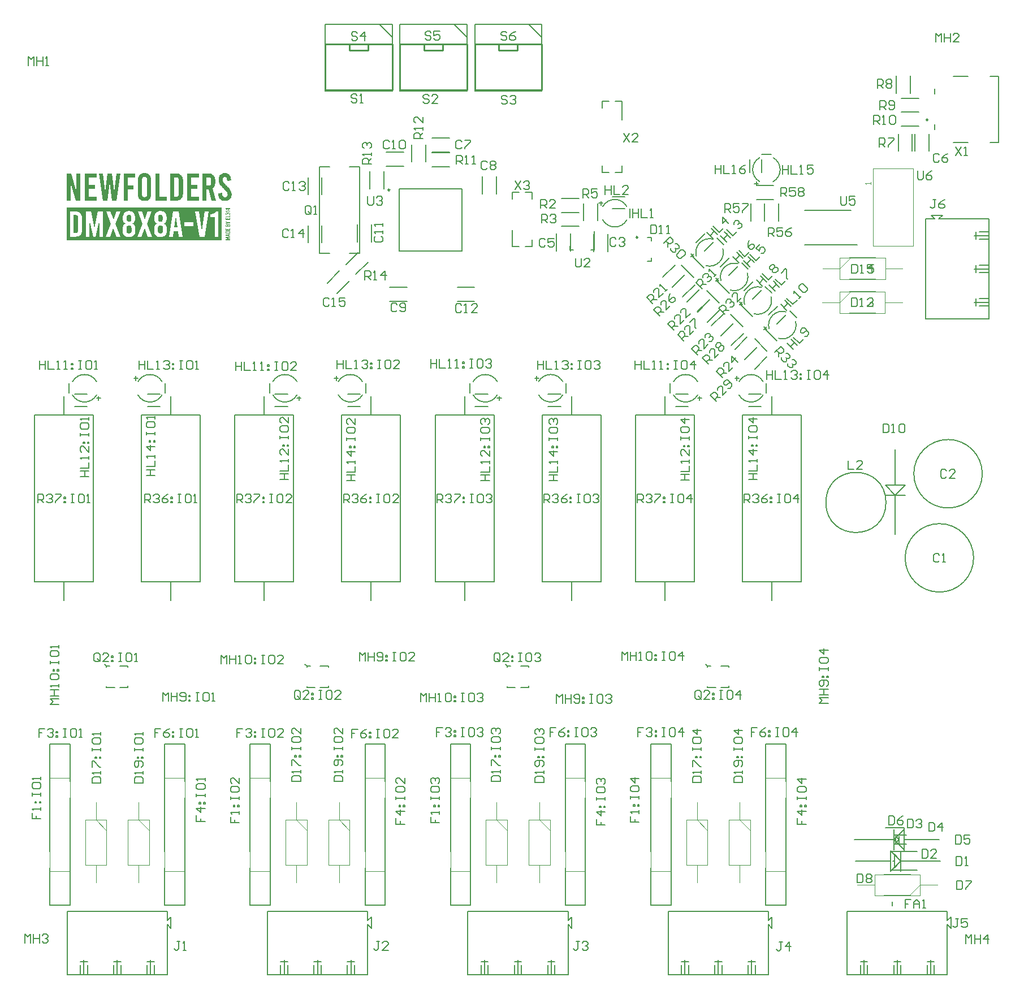
<source format=gto>
G04*
G04 #@! TF.GenerationSoftware,Altium Limited,Altium Designer,20.1.14 (287)*
G04*
G04 Layer_Color=10085887*
%FSLAX44Y44*%
%MOMM*%
G71*
G04*
G04 #@! TF.SameCoordinates,66B91B26-6BD7-4DB9-BD5C-0B8DAFF097A8*
G04*
G04*
G04 #@! TF.FilePolarity,Positive*
G04*
G01*
G75*
%ADD10C,0.2500*%
%ADD11C,0.1500*%
%ADD12C,0.2000*%
%ADD13C,0.1000*%
%ADD14C,0.2540*%
G36*
X513579Y1322609D02*
X515000D01*
Y1321578D01*
X513579D01*
Y1319550D01*
X512652D01*
X508161Y1321371D01*
Y1322609D01*
X512606D01*
Y1323170D01*
X513579D01*
Y1322609D01*
D02*
G37*
G36*
X515000Y1317740D02*
X509639D01*
Y1316560D01*
X508917D01*
Y1316583D01*
X508906Y1316652D01*
X508894Y1316766D01*
X508871Y1316892D01*
X508848Y1317041D01*
X508803Y1317202D01*
X508745Y1317362D01*
X508677Y1317511D01*
X508665Y1317522D01*
X508642Y1317568D01*
X508596Y1317637D01*
X508539Y1317717D01*
X508459Y1317809D01*
X508367Y1317901D01*
X508276Y1317981D01*
X508161Y1318049D01*
Y1318771D01*
X515000D01*
Y1317740D01*
D02*
G37*
G36*
X513545Y1315976D02*
X513614D01*
X513694Y1315965D01*
X513866Y1315930D01*
X514072Y1315884D01*
X514278Y1315804D01*
X514473Y1315690D01*
X514656Y1315541D01*
X514679Y1315518D01*
X514725Y1315461D01*
X514794Y1315357D01*
X514874Y1315231D01*
X514954Y1315060D01*
X515023Y1314853D01*
X515069Y1314613D01*
X515092Y1314338D01*
Y1314258D01*
X515080Y1314212D01*
Y1314143D01*
X515069Y1314063D01*
X515034Y1313891D01*
X514989Y1313696D01*
X514908Y1313490D01*
X514805Y1313295D01*
X514656Y1313112D01*
X514633Y1313089D01*
X514576Y1313043D01*
X514473Y1312975D01*
X514336Y1312894D01*
X514152Y1312814D01*
X513946Y1312746D01*
X513694Y1312700D01*
X513419Y1312677D01*
X513213D01*
X513121Y1313674D01*
X513339D01*
X513350D01*
X513373D01*
X513408D01*
X513465Y1313685D01*
X513591Y1313708D01*
X513728Y1313754D01*
X513877Y1313834D01*
X514003Y1313948D01*
X514061Y1314017D01*
X514095Y1314109D01*
X514118Y1314200D01*
X514129Y1314315D01*
Y1314361D01*
X514118Y1314418D01*
X514106Y1314487D01*
X514084Y1314556D01*
X514061Y1314636D01*
X514015Y1314704D01*
X513958Y1314773D01*
X513946Y1314785D01*
X513923Y1314796D01*
X513877Y1314830D01*
X513820Y1314865D01*
X513751Y1314888D01*
X513660Y1314922D01*
X513557Y1314934D01*
X513442Y1314945D01*
X512732D01*
X512709D01*
X512663D01*
X512594Y1314934D01*
X512503Y1314922D01*
X512400Y1314899D01*
X512308Y1314865D01*
X512216Y1314819D01*
X512136Y1314762D01*
X512125Y1314750D01*
X512102Y1314727D01*
X512079Y1314682D01*
X512044Y1314624D01*
X512010Y1314533D01*
X511976Y1314429D01*
X511964Y1314315D01*
X511953Y1314166D01*
Y1313754D01*
X510968D01*
Y1314166D01*
X510956Y1314235D01*
X510945Y1314326D01*
X510922Y1314429D01*
X510887Y1314521D01*
X510842Y1314613D01*
X510784Y1314693D01*
X510773Y1314704D01*
X510750Y1314727D01*
X510704Y1314750D01*
X510635Y1314785D01*
X510555Y1314819D01*
X510452Y1314853D01*
X510338Y1314865D01*
X510189Y1314876D01*
X509662D01*
X509650D01*
X509616D01*
X509559Y1314865D01*
X509490Y1314853D01*
X509341Y1314819D01*
X509261Y1314773D01*
X509204Y1314727D01*
X509192Y1314716D01*
X509181Y1314704D01*
X509158Y1314670D01*
X509123Y1314613D01*
X509089Y1314556D01*
X509066Y1314487D01*
X509055Y1314395D01*
X509043Y1314292D01*
Y1314269D01*
X509055Y1314200D01*
X509078Y1314109D01*
X509135Y1314006D01*
X509215Y1313891D01*
X509272Y1313845D01*
X509341Y1313799D01*
X509421Y1313765D01*
X509524Y1313731D01*
X509627Y1313719D01*
X509753Y1313708D01*
X509914D01*
Y1312711D01*
X509685D01*
X509673D01*
X509650D01*
X509616D01*
X509559Y1312723D01*
X509421Y1312734D01*
X509261Y1312769D01*
X509066Y1312814D01*
X508871Y1312894D01*
X508677Y1312998D01*
X508505Y1313135D01*
X508482Y1313158D01*
X508436Y1313215D01*
X508367Y1313307D01*
X508287Y1313444D01*
X508207Y1313605D01*
X508138Y1313811D01*
X508092Y1314052D01*
X508069Y1314315D01*
Y1314384D01*
X508081Y1314441D01*
X508092Y1314578D01*
X508127Y1314750D01*
X508173Y1314934D01*
X508253Y1315128D01*
X508356Y1315323D01*
X508505Y1315495D01*
X508528Y1315518D01*
X508585Y1315564D01*
X508677Y1315632D01*
X508814Y1315712D01*
X508986Y1315781D01*
X509181Y1315850D01*
X509421Y1315896D01*
X509685Y1315919D01*
X510131D01*
X510154D01*
X510212D01*
X510292Y1315907D01*
X510406Y1315896D01*
X510521Y1315873D01*
X510658Y1315838D01*
X510796Y1315793D01*
X510922Y1315724D01*
X510933Y1315712D01*
X510979Y1315690D01*
X511036Y1315644D01*
X511105Y1315587D01*
X511197Y1315518D01*
X511277Y1315415D01*
X511357Y1315312D01*
X511437Y1315186D01*
Y1315197D01*
X511460Y1315220D01*
X511483Y1315254D01*
X511506Y1315312D01*
X511609Y1315438D01*
X511747Y1315587D01*
X511838Y1315667D01*
X511930Y1315735D01*
X512044Y1315804D01*
X512170Y1315862D01*
X512308Y1315919D01*
X512445Y1315953D01*
X512617Y1315976D01*
X512789Y1315988D01*
X513419D01*
X513431D01*
X513453D01*
X513499D01*
X513545Y1315976D01*
D02*
G37*
G36*
X515000Y1309286D02*
X508161D01*
Y1310317D01*
X514026D01*
Y1312173D01*
X515000D01*
Y1309286D01*
D02*
G37*
G36*
Y1305471D02*
X508161D01*
Y1308415D01*
X509146D01*
Y1306502D01*
X511048D01*
Y1308026D01*
X512022D01*
Y1306502D01*
X514026D01*
Y1308415D01*
X515000D01*
Y1305471D01*
D02*
G37*
G36*
X512148Y1301359D02*
X515000D01*
Y1300328D01*
X512148D01*
X508161Y1298942D01*
Y1300042D01*
X510773Y1300843D01*
X508161Y1301668D01*
Y1302745D01*
X512148Y1301359D01*
D02*
G37*
G36*
X513499Y1298369D02*
X513637Y1298358D01*
X513797Y1298323D01*
X513992Y1298277D01*
X514187Y1298197D01*
X514381Y1298083D01*
X514565Y1297934D01*
X514588Y1297911D01*
X514633Y1297854D01*
X514702Y1297762D01*
X514782Y1297625D01*
X514863Y1297453D01*
X514931Y1297258D01*
X514977Y1297017D01*
X515000Y1296754D01*
Y1295024D01*
X508161D01*
Y1296731D01*
X508173Y1296788D01*
X508184Y1296926D01*
X508218Y1297086D01*
X508264Y1297281D01*
X508344Y1297475D01*
X508459Y1297670D01*
X508608Y1297842D01*
X508631Y1297865D01*
X508688Y1297911D01*
X508791Y1297980D01*
X508929Y1298071D01*
X509089Y1298151D01*
X509295Y1298220D01*
X509536Y1298266D01*
X509799Y1298289D01*
X510154D01*
X510166D01*
X510200D01*
X510246D01*
X510303Y1298277D01*
X510383Y1298266D01*
X510464Y1298255D01*
X510670Y1298197D01*
X510887Y1298117D01*
X510991Y1298060D01*
X511105Y1297991D01*
X511208Y1297911D01*
X511300Y1297819D01*
X511392Y1297716D01*
X511472Y1297590D01*
X511483Y1297613D01*
X511506Y1297659D01*
X511540Y1297728D01*
X511598Y1297808D01*
X511678Y1297899D01*
X511758Y1298002D01*
X511861Y1298094D01*
X511987Y1298174D01*
X511999Y1298186D01*
X512044Y1298209D01*
X512125Y1298243D01*
X512216Y1298277D01*
X512342Y1298312D01*
X512480Y1298346D01*
X512640Y1298369D01*
X512812Y1298380D01*
X513373D01*
X513385D01*
X513408D01*
X513442D01*
X513499Y1298369D01*
D02*
G37*
G36*
X515000Y1289251D02*
X508161D01*
Y1292195D01*
X509146D01*
Y1290282D01*
X511048D01*
Y1291805D01*
X512022D01*
Y1290282D01*
X514026D01*
Y1292195D01*
X515000D01*
Y1289251D01*
D02*
G37*
G36*
X513499Y1288197D02*
X513637Y1288185D01*
X513797Y1288151D01*
X513992Y1288105D01*
X514187Y1288025D01*
X514381Y1287910D01*
X514565Y1287761D01*
X514588Y1287738D01*
X514633Y1287681D01*
X514702Y1287590D01*
X514782Y1287452D01*
X514863Y1287280D01*
X514931Y1287086D01*
X514977Y1286856D01*
X515000Y1286593D01*
Y1284966D01*
X508161D01*
Y1286662D01*
X508173Y1286719D01*
X508184Y1286845D01*
X508218Y1287017D01*
X508264Y1287200D01*
X508344Y1287395D01*
X508459Y1287590D01*
X508608Y1287761D01*
X508631Y1287784D01*
X508688Y1287830D01*
X508791Y1287899D01*
X508929Y1287991D01*
X509089Y1288071D01*
X509295Y1288139D01*
X509536Y1288185D01*
X509799Y1288208D01*
X513373D01*
X513385D01*
X513408D01*
X513442D01*
X513499Y1288197D01*
D02*
G37*
G36*
X515000Y1283111D02*
X513488Y1282881D01*
Y1281770D01*
X515000Y1281541D01*
Y1280510D01*
X508161Y1281644D01*
Y1283030D01*
X515000Y1284164D01*
Y1283111D01*
D02*
G37*
G36*
Y1278677D02*
X510315D01*
X515000Y1277703D01*
Y1276982D01*
X510315Y1276020D01*
X515000D01*
Y1275000D01*
X508161D01*
Y1276466D01*
X512537Y1277360D01*
X508161Y1278219D01*
Y1279708D01*
X515000D01*
Y1278677D01*
D02*
G37*
G36*
X507794Y1375284D02*
X508546Y1375216D01*
X509572Y1375011D01*
X510665Y1374669D01*
X511759Y1374191D01*
X512853Y1373507D01*
X513878Y1372619D01*
X514015Y1372482D01*
X514288Y1372140D01*
X514698Y1371525D01*
X515177Y1370705D01*
X515587Y1369611D01*
X515997Y1368381D01*
X516270Y1366945D01*
X516407Y1365305D01*
Y1364211D01*
X510460Y1363596D01*
Y1364758D01*
Y1364895D01*
Y1365168D01*
X510392Y1365578D01*
X510323Y1366057D01*
X510118Y1367219D01*
X509845Y1367834D01*
X509572Y1368313D01*
X509503Y1368381D01*
X509435Y1368517D01*
X509230Y1368723D01*
X508956Y1368928D01*
X508615Y1369133D01*
X508205Y1369338D01*
X507658Y1369474D01*
X507111Y1369543D01*
X506838D01*
X506564Y1369474D01*
X506154Y1369406D01*
X505744Y1369269D01*
X505334Y1369133D01*
X504924Y1368859D01*
X504582Y1368517D01*
X504514Y1368449D01*
X504445Y1368313D01*
X504309Y1368107D01*
X504172Y1367834D01*
X503967Y1367424D01*
X503830Y1366877D01*
X503762Y1366330D01*
X503694Y1365647D01*
Y1365578D01*
Y1365305D01*
X503762Y1364963D01*
X503830Y1364485D01*
X503967Y1363938D01*
X504172Y1363254D01*
X504445Y1362639D01*
X504855Y1361956D01*
X504924Y1361887D01*
X505061Y1361614D01*
X505402Y1361204D01*
X505881Y1360657D01*
X506496Y1359905D01*
X507248Y1359017D01*
X508205Y1357991D01*
X509367Y1356829D01*
X509435Y1356761D01*
X509572Y1356624D01*
X509777Y1356419D01*
X510118Y1356078D01*
X510460Y1355667D01*
X510870Y1355257D01*
X511896Y1354164D01*
X512921Y1353002D01*
X513946Y1351771D01*
X514835Y1350541D01*
X515245Y1349994D01*
X515587Y1349447D01*
X515655Y1349311D01*
X515860Y1348969D01*
X516133Y1348422D01*
X516407Y1347670D01*
X516680Y1346782D01*
X516954Y1345757D01*
X517159Y1344663D01*
X517227Y1343432D01*
Y1343296D01*
Y1342954D01*
X517159Y1342407D01*
X517090Y1341655D01*
X516954Y1340903D01*
X516680Y1340015D01*
X516407Y1339126D01*
X515997Y1338238D01*
X515928Y1338170D01*
X515792Y1337896D01*
X515518Y1337486D01*
X515108Y1336939D01*
X514561Y1336392D01*
X514015Y1335777D01*
X513263Y1335230D01*
X512442Y1334684D01*
X512374Y1334615D01*
X512032Y1334478D01*
X511554Y1334274D01*
X510939Y1334068D01*
X510187Y1333863D01*
X509298Y1333658D01*
X508341Y1333522D01*
X507248Y1333453D01*
X506769D01*
X506222Y1333522D01*
X505539Y1333590D01*
X504719Y1333727D01*
X503830Y1334000D01*
X502942Y1334274D01*
X502053Y1334684D01*
X501985Y1334752D01*
X501711Y1334957D01*
X501301Y1335230D01*
X500754Y1335641D01*
X500207Y1336119D01*
X499661Y1336734D01*
X499046Y1337418D01*
X498567Y1338238D01*
X498499Y1338374D01*
X498362Y1338648D01*
X498157Y1339126D01*
X497952Y1339742D01*
X497747Y1340493D01*
X497542Y1341382D01*
X497405Y1342339D01*
X497337Y1343432D01*
Y1344868D01*
X503283Y1345483D01*
Y1343979D01*
Y1343911D01*
Y1343638D01*
X503352Y1343228D01*
X503420Y1342749D01*
X503557Y1342202D01*
X503694Y1341587D01*
X503967Y1341040D01*
X504309Y1340493D01*
X504377Y1340425D01*
X504514Y1340288D01*
X504719Y1340083D01*
X505061Y1339878D01*
X505471Y1339605D01*
X506017Y1339400D01*
X506564Y1339263D01*
X507248Y1339195D01*
X507521D01*
X507863Y1339263D01*
X508273Y1339332D01*
X508751Y1339468D01*
X509230Y1339605D01*
X509708Y1339878D01*
X510118Y1340220D01*
X510187Y1340288D01*
X510323Y1340425D01*
X510460Y1340630D01*
X510665Y1340972D01*
X510870Y1341382D01*
X511075Y1341929D01*
X511144Y1342476D01*
X511212Y1343091D01*
Y1343159D01*
Y1343432D01*
X511144Y1343843D01*
X511075Y1344321D01*
X510939Y1344868D01*
X510734Y1345483D01*
X510460Y1346167D01*
X510050Y1346850D01*
X509982Y1346918D01*
X509845Y1347192D01*
X509503Y1347602D01*
X509025Y1348149D01*
X508410Y1348901D01*
X507658Y1349789D01*
X506701Y1350746D01*
X505539Y1351908D01*
X505471Y1351976D01*
X505334Y1352113D01*
X505129Y1352318D01*
X504787Y1352660D01*
X504035Y1353412D01*
X503078Y1354437D01*
X501985Y1355531D01*
X500959Y1356761D01*
X500071Y1357923D01*
X499661Y1358538D01*
X499319Y1359085D01*
X499251Y1359222D01*
X499046Y1359563D01*
X498772Y1360179D01*
X498499Y1360930D01*
X498225Y1361887D01*
X497952Y1362913D01*
X497747Y1364075D01*
X497678Y1365305D01*
Y1365373D01*
Y1365510D01*
Y1365784D01*
X497747Y1366057D01*
Y1366467D01*
X497815Y1366945D01*
X498020Y1367971D01*
X498294Y1369133D01*
X498704Y1370363D01*
X499319Y1371525D01*
X500139Y1372619D01*
X500276Y1372755D01*
X500618Y1373029D01*
X501165Y1373507D01*
X501985Y1373986D01*
X502942Y1374464D01*
X504104Y1374942D01*
X505471Y1375216D01*
X507043Y1375353D01*
X507453D01*
X507794Y1375284D01*
D02*
G37*
G36*
X290779Y1334000D02*
X284217D01*
X276083Y1360110D01*
Y1334000D01*
X270000D01*
Y1374806D01*
X276835D01*
X284696Y1347397D01*
Y1374806D01*
X290779D01*
Y1334000D01*
D02*
G37*
G36*
X344571D02*
X337736D01*
X334455Y1360862D01*
X331175Y1334000D01*
X324408D01*
X318393Y1374806D01*
X324613D01*
X328030Y1347192D01*
X331380Y1374806D01*
X337668D01*
X341086Y1347192D01*
X344435Y1374806D01*
X350586D01*
X344571Y1334000D01*
D02*
G37*
G36*
X483803Y1374738D02*
X484555Y1374669D01*
X485580Y1374464D01*
X486674Y1374191D01*
X487836Y1373712D01*
X488998Y1373029D01*
X490023Y1372140D01*
X490160Y1372003D01*
X490433Y1371662D01*
X490843Y1371046D01*
X491390Y1370226D01*
X491869Y1369269D01*
X492279Y1368039D01*
X492552Y1366604D01*
X492689Y1365032D01*
Y1360520D01*
Y1360384D01*
Y1360042D01*
X492621Y1359563D01*
X492552Y1358880D01*
X492416Y1358128D01*
X492210Y1357308D01*
X491937Y1356419D01*
X491595Y1355599D01*
X491527Y1355531D01*
X491390Y1355257D01*
X491117Y1354847D01*
X490775Y1354369D01*
X490365Y1353822D01*
X489818Y1353207D01*
X489203Y1352660D01*
X488451Y1352182D01*
X493646Y1334000D01*
X487221D01*
X482710Y1350815D01*
X479497D01*
Y1334000D01*
X473345D01*
Y1374806D01*
X483461D01*
X483803Y1374738D01*
D02*
G37*
G36*
X468151Y1368928D02*
X456736D01*
Y1357581D01*
X465827D01*
Y1351771D01*
X456736D01*
Y1339810D01*
X468151D01*
Y1334000D01*
X450584D01*
Y1374806D01*
X468151D01*
Y1368928D01*
D02*
G37*
G36*
X435479Y1374738D02*
X436231Y1374669D01*
X437256Y1374464D01*
X438349Y1374191D01*
X439511Y1373712D01*
X440673Y1373029D01*
X441699Y1372140D01*
X441835Y1372003D01*
X442109Y1371662D01*
X442519Y1371046D01*
X443066Y1370226D01*
X443544Y1369269D01*
X443954Y1368039D01*
X444228Y1366604D01*
X444364Y1365032D01*
Y1343706D01*
Y1343638D01*
Y1343501D01*
Y1343296D01*
X444296Y1342954D01*
X444228Y1342134D01*
X444023Y1341177D01*
X443749Y1340015D01*
X443271Y1338853D01*
X442587Y1337691D01*
X441699Y1336597D01*
X441562Y1336461D01*
X441220Y1336187D01*
X440673Y1335777D01*
X439853Y1335299D01*
X438828Y1334820D01*
X437666Y1334410D01*
X436299Y1334137D01*
X434727Y1334000D01*
X425021D01*
Y1374806D01*
X435137D01*
X435479Y1374738D01*
D02*
G37*
G36*
X409164Y1339810D02*
X420236D01*
Y1334000D01*
X403012D01*
Y1374806D01*
X409164D01*
Y1339810D01*
D02*
G37*
G36*
X372664Y1368928D02*
X361591D01*
Y1356966D01*
X370340D01*
Y1351156D01*
X361591D01*
Y1334000D01*
X355439D01*
Y1374806D01*
X372664D01*
Y1368928D01*
D02*
G37*
G36*
X315112D02*
X303697D01*
Y1357581D01*
X312788D01*
Y1351771D01*
X303697D01*
Y1339810D01*
X315112D01*
Y1334000D01*
X297546D01*
Y1374806D01*
X315112D01*
Y1368928D01*
D02*
G37*
G36*
X387564Y1375284D02*
X388385Y1375216D01*
X389410Y1375011D01*
X390504Y1374669D01*
X391734Y1374191D01*
X392896Y1373507D01*
X393989Y1372619D01*
X394126Y1372482D01*
X394400Y1372140D01*
X394878Y1371525D01*
X395356Y1370705D01*
X395835Y1369748D01*
X396313Y1368517D01*
X396587Y1367082D01*
X396724Y1365510D01*
Y1343228D01*
Y1343159D01*
Y1343022D01*
Y1342817D01*
X396655Y1342476D01*
X396587Y1341655D01*
X396382Y1340699D01*
X396040Y1339536D01*
X395561Y1338374D01*
X394878Y1337213D01*
X393989Y1336119D01*
X393853Y1335982D01*
X393511Y1335709D01*
X392896Y1335299D01*
X392076Y1334820D01*
X391050Y1334274D01*
X389820Y1333863D01*
X388385Y1333590D01*
X386813Y1333453D01*
X386403D01*
X386061Y1333522D01*
X385241Y1333590D01*
X384284Y1333795D01*
X383122Y1334137D01*
X381891Y1334547D01*
X380729Y1335230D01*
X379636Y1336119D01*
X379499Y1336256D01*
X379226Y1336597D01*
X378747Y1337213D01*
X378269Y1338033D01*
X377790Y1339058D01*
X377312Y1340220D01*
X377038Y1341655D01*
X376902Y1343228D01*
Y1365510D01*
Y1365578D01*
Y1365715D01*
Y1365920D01*
X376970Y1366262D01*
X377038Y1367082D01*
X377243Y1368039D01*
X377585Y1369201D01*
X378064Y1370363D01*
X378747Y1371525D01*
X379636Y1372619D01*
X379772Y1372755D01*
X380114Y1373029D01*
X380729Y1373507D01*
X381549Y1373986D01*
X382575Y1374464D01*
X383805Y1374942D01*
X385241Y1375216D01*
X386813Y1375353D01*
X387223D01*
X387564Y1375284D01*
D02*
G37*
G36*
X502605Y1274492D02*
X270000D01*
Y1323402D01*
X502605D01*
Y1274492D01*
D02*
G37*
%LPC*%
G36*
X512606Y1321578D02*
X509914D01*
X512606Y1320524D01*
Y1321578D01*
D02*
G37*
G36*
X513396Y1297338D02*
X512709D01*
X512697D01*
X512652D01*
X512583Y1297327D01*
X512503Y1297315D01*
X512411Y1297292D01*
X512319Y1297258D01*
X512239Y1297212D01*
X512159Y1297155D01*
X512148Y1297143D01*
X512125Y1297120D01*
X512102Y1297086D01*
X512067Y1297017D01*
X512033Y1296949D01*
X511999Y1296846D01*
X511987Y1296742D01*
X511976Y1296605D01*
Y1296055D01*
X514026D01*
Y1296754D01*
X514015Y1296811D01*
X514003Y1296880D01*
X513958Y1297029D01*
X513923Y1297097D01*
X513866Y1297166D01*
X513854Y1297178D01*
X513832Y1297189D01*
X513797Y1297224D01*
X513740Y1297258D01*
X513671Y1297281D01*
X513591Y1297315D01*
X513499Y1297327D01*
X513396Y1297338D01*
D02*
G37*
G36*
X510269Y1297246D02*
X509776D01*
X509765D01*
X509730D01*
X509673Y1297235D01*
X509604Y1297224D01*
X509536Y1297201D01*
X509456Y1297178D01*
X509387Y1297132D01*
X509318Y1297075D01*
X509307Y1297063D01*
X509295Y1297040D01*
X509261Y1297006D01*
X509226Y1296960D01*
X509204Y1296891D01*
X509169Y1296811D01*
X509158Y1296720D01*
X509146Y1296616D01*
Y1296055D01*
X511002D01*
Y1296571D01*
X510991Y1296639D01*
X510979Y1296720D01*
X510956Y1296811D01*
X510922Y1296903D01*
X510876Y1296994D01*
X510819Y1297063D01*
X510807Y1297075D01*
X510784Y1297097D01*
X510739Y1297120D01*
X510681Y1297155D01*
X510601Y1297189D01*
X510509Y1297224D01*
X510395Y1297235D01*
X510269Y1297246D01*
D02*
G37*
G36*
X513396Y1287177D02*
X509776D01*
X509765D01*
X509730D01*
X509673Y1287166D01*
X509604Y1287154D01*
X509536Y1287131D01*
X509456Y1287108D01*
X509387Y1287063D01*
X509318Y1287005D01*
X509307Y1286994D01*
X509295Y1286971D01*
X509261Y1286937D01*
X509226Y1286891D01*
X509204Y1286822D01*
X509169Y1286742D01*
X509158Y1286650D01*
X509146Y1286536D01*
Y1285997D01*
X514026D01*
Y1286582D01*
X514015Y1286639D01*
X514003Y1286707D01*
X513958Y1286868D01*
X513923Y1286937D01*
X513866Y1287005D01*
X513854Y1287017D01*
X513832Y1287028D01*
X513797Y1287063D01*
X513740Y1287097D01*
X513671Y1287120D01*
X513591Y1287154D01*
X513499Y1287166D01*
X513396Y1287177D01*
D02*
G37*
G36*
X512491Y1282744D02*
X509627Y1282332D01*
X512491Y1281908D01*
Y1282744D01*
D02*
G37*
G36*
X482710Y1368928D02*
X479497D01*
Y1356624D01*
X482983D01*
X483325Y1356693D01*
X483735Y1356761D01*
X484692Y1357034D01*
X485102Y1357240D01*
X485512Y1357581D01*
X485580Y1357650D01*
X485649Y1357786D01*
X485854Y1357991D01*
X486059Y1358333D01*
X486195Y1358743D01*
X486401Y1359222D01*
X486469Y1359769D01*
X486537Y1360452D01*
Y1365168D01*
Y1365237D01*
Y1365442D01*
X486469Y1365784D01*
X486401Y1366194D01*
X486264Y1366604D01*
X486127Y1367082D01*
X485854Y1367492D01*
X485512Y1367902D01*
X485444Y1367971D01*
X485307Y1368039D01*
X485102Y1368244D01*
X484828Y1368449D01*
X484418Y1368586D01*
X483940Y1368791D01*
X483393Y1368859D01*
X482710Y1368928D01*
D02*
G37*
G36*
X434385D02*
X431173D01*
Y1339810D01*
X434659D01*
X435000Y1339878D01*
X435410Y1339947D01*
X436367Y1340220D01*
X436777Y1340425D01*
X437188Y1340767D01*
X437256Y1340835D01*
X437324Y1340972D01*
X437529Y1341177D01*
X437734Y1341519D01*
X437871Y1341929D01*
X438076Y1342407D01*
X438144Y1342954D01*
X438213Y1343569D01*
Y1365168D01*
Y1365237D01*
Y1365442D01*
X438144Y1365784D01*
X438076Y1366194D01*
X437939Y1366604D01*
X437803Y1367082D01*
X437529Y1367492D01*
X437188Y1367902D01*
X437119Y1367971D01*
X436982Y1368039D01*
X436777Y1368244D01*
X436504Y1368449D01*
X436094Y1368586D01*
X435616Y1368791D01*
X435069Y1368859D01*
X434385Y1368928D01*
D02*
G37*
G36*
X386813Y1369543D02*
X386539D01*
X386197Y1369474D01*
X385856Y1369406D01*
X385377Y1369269D01*
X384967Y1369064D01*
X384489Y1368791D01*
X384078Y1368449D01*
X384010Y1368381D01*
X383942Y1368244D01*
X383805Y1368039D01*
X383600Y1367697D01*
X383395Y1367287D01*
X383258Y1366809D01*
X383190Y1366194D01*
X383122Y1365510D01*
Y1343228D01*
Y1343159D01*
Y1342886D01*
X383190Y1342544D01*
X383258Y1342134D01*
X383532Y1341177D01*
X383737Y1340699D01*
X384078Y1340220D01*
X384147Y1340152D01*
X384284Y1340083D01*
X384489Y1339878D01*
X384830Y1339742D01*
X385172Y1339536D01*
X385651Y1339332D01*
X386197Y1339263D01*
X386813Y1339195D01*
X387086D01*
X387428Y1339263D01*
X387838Y1339332D01*
X388248Y1339468D01*
X388726Y1339605D01*
X389137Y1339878D01*
X389547Y1340220D01*
X389615Y1340288D01*
X389683Y1340425D01*
X389888Y1340699D01*
X390093Y1341040D01*
X390230Y1341450D01*
X390435Y1341929D01*
X390504Y1342544D01*
X390572Y1343228D01*
Y1365510D01*
Y1365578D01*
Y1365852D01*
X390504Y1366194D01*
X390435Y1366604D01*
X390299Y1367082D01*
X390162Y1367561D01*
X389888Y1368039D01*
X389547Y1368449D01*
X389478Y1368517D01*
X389342Y1368654D01*
X389137Y1368791D01*
X388863Y1368996D01*
X388453Y1369201D01*
X387975Y1369406D01*
X387428Y1369474D01*
X386813Y1369543D01*
D02*
G37*
G36*
X397633Y1317894D02*
X391730D01*
X387477Y1305771D01*
X382970Y1317894D01*
X376813D01*
X383859Y1299550D01*
X376306Y1280000D01*
X382272D01*
X386906Y1293203D01*
X391730Y1280000D01*
X397950D01*
X390524Y1299296D01*
X397633Y1317894D01*
D02*
G37*
G36*
X350471D02*
X344568D01*
X340315Y1305771D01*
X335809Y1317894D01*
X329652D01*
X336697Y1299550D01*
X329144Y1280000D01*
X335111D01*
X339744Y1293203D01*
X344568Y1280000D01*
X350789D01*
X343362Y1299296D01*
X350471Y1317894D01*
D02*
G37*
G36*
X459775Y1301708D02*
X446762D01*
Y1296123D01*
X459775D01*
Y1301708D01*
D02*
G37*
G36*
X324828Y1317894D02*
X316576D01*
X311815Y1293647D01*
X306864Y1317894D01*
X298739D01*
Y1280000D01*
X304389D01*
Y1305961D01*
X309721Y1280000D01*
X313720D01*
X319115Y1305961D01*
Y1280000D01*
X324828D01*
Y1317894D01*
D02*
G37*
G36*
X482943D02*
X477230D01*
X472850Y1288061D01*
X468534Y1317894D01*
X462694D01*
X468978Y1280000D01*
X476659D01*
X482943Y1317894D01*
D02*
G37*
G36*
X497605D02*
X493606D01*
X493226Y1317260D01*
X492781Y1316752D01*
X492274Y1316244D01*
X491766Y1315800D01*
X491321Y1315482D01*
X490941Y1315228D01*
X490687Y1315101D01*
X490623Y1315038D01*
X489798Y1314657D01*
X488909Y1314340D01*
X488021Y1314086D01*
X487196Y1313959D01*
X486497Y1313832D01*
X485863Y1313768D01*
X485482Y1313705D01*
X485355D01*
Y1309706D01*
X491893D01*
Y1280000D01*
X497605D01*
Y1317894D01*
D02*
G37*
G36*
X437559D02*
X429878D01*
X423594Y1280000D01*
X429307D01*
X430576Y1288379D01*
X436733D01*
X438003Y1280000D01*
X443842D01*
X437559Y1317894D01*
D02*
G37*
G36*
X284394D02*
X275000D01*
Y1280000D01*
X284013D01*
X285473Y1280127D01*
X286743Y1280381D01*
X287822Y1280762D01*
X288774Y1281206D01*
X289536Y1281650D01*
X290044Y1282031D01*
X290361Y1282285D01*
X290488Y1282412D01*
X291313Y1283428D01*
X291948Y1284507D01*
X292392Y1285586D01*
X292646Y1286665D01*
X292836Y1287554D01*
X292900Y1288315D01*
X292963Y1288633D01*
Y1308817D01*
X292836Y1310277D01*
X292582Y1311610D01*
X292202Y1312753D01*
X291757Y1313642D01*
X291250Y1314403D01*
X290869Y1314975D01*
X290615Y1315292D01*
X290488Y1315419D01*
X289536Y1316244D01*
X288457Y1316879D01*
X287378Y1317323D01*
X286362Y1317577D01*
X285410Y1317767D01*
X284712Y1317831D01*
X284394Y1317894D01*
D02*
G37*
G36*
X411153Y1318402D02*
X410709D01*
X409185Y1318275D01*
X407852Y1318021D01*
X406710Y1317641D01*
X405758Y1317196D01*
X404996Y1316752D01*
X404425Y1316371D01*
X404107Y1316117D01*
X403980Y1315990D01*
X403155Y1315038D01*
X402584Y1313959D01*
X402140Y1312880D01*
X401886Y1311864D01*
X401695Y1310912D01*
X401632Y1310150D01*
X401568Y1309833D01*
Y1309643D01*
Y1309516D01*
Y1309452D01*
Y1306977D01*
X401632Y1306088D01*
X401695Y1305199D01*
X401886Y1304438D01*
X402076Y1303803D01*
X402203Y1303295D01*
X402393Y1302851D01*
X402457Y1302597D01*
X402520Y1302534D01*
X402965Y1301899D01*
X403409Y1301328D01*
X403853Y1300820D01*
X404361Y1300439D01*
X404742Y1300121D01*
X405060Y1299868D01*
X405313Y1299741D01*
X405377Y1299677D01*
X404679Y1299296D01*
X404044Y1298852D01*
X403473Y1298344D01*
X403092Y1297900D01*
X402711Y1297455D01*
X402457Y1297138D01*
X402330Y1296884D01*
X402267Y1296821D01*
X401886Y1296059D01*
X401632Y1295297D01*
X401441Y1294536D01*
X401315Y1293837D01*
X401251Y1293203D01*
X401188Y1292695D01*
Y1288759D01*
X401315Y1287236D01*
X401568Y1285840D01*
X401949Y1284697D01*
X402457Y1283682D01*
X402901Y1282920D01*
X403282Y1282349D01*
X403536Y1282031D01*
X403663Y1281904D01*
X404679Y1281079D01*
X405821Y1280508D01*
X406964Y1280063D01*
X408106Y1279810D01*
X409122Y1279619D01*
X409566Y1279556D01*
X409947D01*
X410264Y1279492D01*
X410709D01*
X412296Y1279619D01*
X413755Y1279873D01*
X414962Y1280254D01*
X415977Y1280698D01*
X416739Y1281143D01*
X417310Y1281523D01*
X417627Y1281777D01*
X417754Y1281904D01*
X418580Y1282920D01*
X419214Y1283999D01*
X419659Y1285141D01*
X419912Y1286284D01*
X420103Y1287236D01*
X420166Y1287681D01*
Y1288061D01*
X420230Y1288315D01*
Y1292251D01*
X420166Y1293203D01*
X420039Y1294091D01*
X419912Y1294853D01*
X419722Y1295551D01*
X419468Y1296059D01*
X419341Y1296503D01*
X419214Y1296757D01*
X419151Y1296821D01*
X418707Y1297519D01*
X418199Y1298090D01*
X417691Y1298535D01*
X417183Y1298979D01*
X416739Y1299296D01*
X416358Y1299487D01*
X416104Y1299614D01*
X416041Y1299677D01*
X416675Y1300121D01*
X417247Y1300566D01*
X417754Y1301010D01*
X418135Y1301518D01*
X418453Y1301899D01*
X418643Y1302216D01*
X418770Y1302470D01*
X418834Y1302534D01*
X419151Y1303295D01*
X419405Y1304057D01*
X419595Y1304755D01*
X419722Y1305453D01*
X419786Y1306088D01*
X419849Y1306532D01*
Y1306850D01*
Y1306977D01*
Y1309452D01*
X419722Y1310912D01*
X419468Y1312245D01*
X419087Y1313388D01*
X418643Y1314276D01*
X418199Y1315038D01*
X417818Y1315546D01*
X417564Y1315863D01*
X417437Y1315990D01*
X416485Y1316815D01*
X415342Y1317387D01*
X414263Y1317831D01*
X413184Y1318085D01*
X412232Y1318275D01*
X411788Y1318339D01*
X411407D01*
X411153Y1318402D01*
D02*
G37*
G36*
X363991D02*
X363547D01*
X362024Y1318275D01*
X360691Y1318021D01*
X359548Y1317641D01*
X358596Y1317196D01*
X357834Y1316752D01*
X357263Y1316371D01*
X356946Y1316117D01*
X356819Y1315990D01*
X355994Y1315038D01*
X355422Y1313959D01*
X354978Y1312880D01*
X354724Y1311864D01*
X354534Y1310912D01*
X354470Y1310150D01*
X354407Y1309833D01*
Y1309643D01*
Y1309516D01*
Y1309452D01*
Y1306977D01*
X354470Y1306088D01*
X354534Y1305199D01*
X354724Y1304438D01*
X354915Y1303803D01*
X355042Y1303295D01*
X355232Y1302851D01*
X355295Y1302597D01*
X355359Y1302534D01*
X355803Y1301899D01*
X356247Y1301328D01*
X356692Y1300820D01*
X357200Y1300439D01*
X357580Y1300121D01*
X357898Y1299868D01*
X358152Y1299741D01*
X358215Y1299677D01*
X357517Y1299296D01*
X356882Y1298852D01*
X356311Y1298344D01*
X355930Y1297900D01*
X355549Y1297455D01*
X355295Y1297138D01*
X355168Y1296884D01*
X355105Y1296821D01*
X354724Y1296059D01*
X354470Y1295297D01*
X354280Y1294536D01*
X354153Y1293837D01*
X354089Y1293203D01*
X354026Y1292695D01*
Y1288759D01*
X354153Y1287236D01*
X354407Y1285840D01*
X354788Y1284697D01*
X355295Y1283682D01*
X355740Y1282920D01*
X356120Y1282349D01*
X356374Y1282031D01*
X356501Y1281904D01*
X357517Y1281079D01*
X358660Y1280508D01*
X359802Y1280063D01*
X360945Y1279810D01*
X361960Y1279619D01*
X362405Y1279556D01*
X362785D01*
X363103Y1279492D01*
X363547D01*
X365134Y1279619D01*
X366594Y1279873D01*
X367800Y1280254D01*
X368815Y1280698D01*
X369577Y1281143D01*
X370148Y1281523D01*
X370466Y1281777D01*
X370593Y1281904D01*
X371418Y1282920D01*
X372053Y1283999D01*
X372497Y1285141D01*
X372751Y1286284D01*
X372941Y1287236D01*
X373005Y1287681D01*
Y1288061D01*
X373068Y1288315D01*
Y1292251D01*
X373005Y1293203D01*
X372878Y1294091D01*
X372751Y1294853D01*
X372561Y1295551D01*
X372307Y1296059D01*
X372180Y1296503D01*
X372053Y1296757D01*
X371989Y1296821D01*
X371545Y1297519D01*
X371037Y1298090D01*
X370529Y1298535D01*
X370022Y1298979D01*
X369577Y1299296D01*
X369196Y1299487D01*
X368942Y1299614D01*
X368879Y1299677D01*
X369514Y1300121D01*
X370085Y1300566D01*
X370593Y1301010D01*
X370974Y1301518D01*
X371291Y1301899D01*
X371481Y1302216D01*
X371608Y1302470D01*
X371672Y1302534D01*
X371989Y1303295D01*
X372243Y1304057D01*
X372434Y1304755D01*
X372561Y1305453D01*
X372624Y1306088D01*
X372687Y1306532D01*
Y1306850D01*
Y1306977D01*
Y1309452D01*
X372561Y1310912D01*
X372307Y1312245D01*
X371926Y1313388D01*
X371481Y1314276D01*
X371037Y1315038D01*
X370656Y1315546D01*
X370402Y1315863D01*
X370275Y1315990D01*
X369323Y1316815D01*
X368181Y1317387D01*
X367102Y1317831D01*
X366023Y1318085D01*
X365070Y1318275D01*
X364626Y1318339D01*
X364245D01*
X363991Y1318402D01*
D02*
G37*
%LPD*%
G36*
X435972Y1293901D02*
X431338D01*
X433686Y1309770D01*
X435972Y1293901D01*
D02*
G37*
G36*
X284331Y1312372D02*
X284839Y1312309D01*
X285283Y1312118D01*
X285664Y1311991D01*
X285918Y1311801D01*
X286108Y1311610D01*
X286235Y1311547D01*
X286299Y1311483D01*
X286616Y1311103D01*
X286870Y1310722D01*
X286997Y1310277D01*
X287124Y1309897D01*
X287187Y1309516D01*
X287251Y1309198D01*
Y1309008D01*
Y1308944D01*
Y1288887D01*
X287187Y1288315D01*
X287124Y1287807D01*
X286933Y1287363D01*
X286806Y1286982D01*
X286616Y1286665D01*
X286425Y1286474D01*
X286362Y1286348D01*
X286299Y1286284D01*
X285918Y1285967D01*
X285537Y1285776D01*
X284648Y1285522D01*
X284267Y1285459D01*
X283950Y1285395D01*
X280713D01*
Y1312436D01*
X283696D01*
X284331Y1312372D01*
D02*
G37*
G36*
X411280Y1312943D02*
X411788Y1312880D01*
X412232Y1312753D01*
X412613Y1312563D01*
X412867Y1312372D01*
X413057Y1312245D01*
X413184Y1312182D01*
X413248Y1312118D01*
X413565Y1311801D01*
X413755Y1311357D01*
X414009Y1310531D01*
X414073Y1310150D01*
X414136Y1309833D01*
Y1309643D01*
Y1309579D01*
Y1306659D01*
X414073Y1305898D01*
X414009Y1305263D01*
X413819Y1304692D01*
X413629Y1304184D01*
X413375Y1303739D01*
X413057Y1303422D01*
X412422Y1302914D01*
X411788Y1302597D01*
X411217Y1302407D01*
X410836Y1302343D01*
X410709D01*
X410137Y1302407D01*
X409566Y1302534D01*
X409122Y1302724D01*
X408741Y1303041D01*
X408106Y1303739D01*
X407725Y1304501D01*
X407472Y1305326D01*
X407345Y1305961D01*
X407281Y1306279D01*
Y1306469D01*
Y1306596D01*
Y1306659D01*
Y1309579D01*
X407345Y1310214D01*
X407408Y1310722D01*
X407535Y1311166D01*
X407725Y1311483D01*
X407916Y1311737D01*
X408043Y1311991D01*
X408106Y1312055D01*
X408170Y1312118D01*
X408551Y1312436D01*
X408931Y1312626D01*
X409757Y1312880D01*
X410137Y1312943D01*
X410455Y1313007D01*
X410709D01*
X411280Y1312943D01*
D02*
G37*
G36*
X411407Y1296821D02*
X411978Y1296694D01*
X412422Y1296567D01*
X412867Y1296376D01*
X413184Y1296123D01*
X413375Y1295996D01*
X413502Y1295869D01*
X413565Y1295805D01*
X413882Y1295361D01*
X414136Y1294853D01*
X414263Y1294345D01*
X414390Y1293837D01*
X414454Y1293330D01*
X414517Y1292949D01*
Y1292695D01*
Y1292568D01*
Y1288633D01*
X414454Y1287934D01*
X414327Y1287363D01*
X414136Y1286855D01*
X413946Y1286411D01*
X413629Y1286094D01*
X413311Y1285776D01*
X412613Y1285332D01*
X411915Y1285014D01*
X411280Y1284888D01*
X411090Y1284824D01*
X410709D01*
X410010Y1284888D01*
X409439Y1285014D01*
X408931Y1285205D01*
X408487Y1285395D01*
X408170Y1285713D01*
X407852Y1286030D01*
X407408Y1286728D01*
X407091Y1287427D01*
X406964Y1288061D01*
X406900Y1288252D01*
Y1288442D01*
Y1288569D01*
Y1288633D01*
Y1292568D01*
X406964Y1293330D01*
X407027Y1294028D01*
X407218Y1294599D01*
X407408Y1295043D01*
X407535Y1295361D01*
X407725Y1295615D01*
X407789Y1295742D01*
X407852Y1295805D01*
X408233Y1296186D01*
X408677Y1296440D01*
X409185Y1296630D01*
X409630Y1296757D01*
X410074Y1296821D01*
X410391Y1296884D01*
X410709D01*
X411407Y1296821D01*
D02*
G37*
G36*
X364118Y1312943D02*
X364626Y1312880D01*
X365070Y1312753D01*
X365451Y1312563D01*
X365705Y1312372D01*
X365896Y1312245D01*
X366023Y1312182D01*
X366086Y1312118D01*
X366403Y1311801D01*
X366594Y1311357D01*
X366848Y1310531D01*
X366911Y1310150D01*
X366975Y1309833D01*
Y1309643D01*
Y1309579D01*
Y1306659D01*
X366911Y1305898D01*
X366848Y1305263D01*
X366657Y1304692D01*
X366467Y1304184D01*
X366213Y1303739D01*
X365896Y1303422D01*
X365261Y1302914D01*
X364626Y1302597D01*
X364055Y1302407D01*
X363674Y1302343D01*
X363547D01*
X362976Y1302407D01*
X362405Y1302534D01*
X361960Y1302724D01*
X361579Y1303041D01*
X360945Y1303739D01*
X360564Y1304501D01*
X360310Y1305326D01*
X360183Y1305961D01*
X360119Y1306279D01*
Y1306469D01*
Y1306596D01*
Y1306659D01*
Y1309579D01*
X360183Y1310214D01*
X360246Y1310722D01*
X360373Y1311166D01*
X360564Y1311483D01*
X360754Y1311737D01*
X360881Y1311991D01*
X360945Y1312055D01*
X361008Y1312118D01*
X361389Y1312436D01*
X361770Y1312626D01*
X362595Y1312880D01*
X362976Y1312943D01*
X363293Y1313007D01*
X363547D01*
X364118Y1312943D01*
D02*
G37*
G36*
X364245Y1296821D02*
X364817Y1296694D01*
X365261Y1296567D01*
X365705Y1296376D01*
X366023Y1296123D01*
X366213Y1295996D01*
X366340Y1295869D01*
X366403Y1295805D01*
X366721Y1295361D01*
X366975Y1294853D01*
X367102Y1294345D01*
X367229Y1293837D01*
X367292Y1293330D01*
X367356Y1292949D01*
Y1292695D01*
Y1292568D01*
Y1288633D01*
X367292Y1287934D01*
X367165Y1287363D01*
X366975Y1286855D01*
X366784Y1286411D01*
X366467Y1286094D01*
X366149Y1285776D01*
X365451Y1285332D01*
X364753Y1285014D01*
X364118Y1284888D01*
X363928Y1284824D01*
X363547D01*
X362849Y1284888D01*
X362278Y1285014D01*
X361770Y1285205D01*
X361325Y1285395D01*
X361008Y1285713D01*
X360691Y1286030D01*
X360246Y1286728D01*
X359929Y1287427D01*
X359802Y1288061D01*
X359739Y1288252D01*
Y1288442D01*
Y1288569D01*
Y1288633D01*
Y1292568D01*
X359802Y1293330D01*
X359865Y1294028D01*
X360056Y1294599D01*
X360246Y1295043D01*
X360373Y1295361D01*
X360564Y1295615D01*
X360627Y1295742D01*
X360691Y1295805D01*
X361072Y1296186D01*
X361516Y1296440D01*
X362024Y1296630D01*
X362468Y1296757D01*
X362912Y1296821D01*
X363230Y1296884D01*
X363547D01*
X364245Y1296821D01*
D02*
G37*
D10*
X1559750Y1455000D02*
G03*
X1559750Y1455000I-1250J0D01*
G01*
X754000Y1350000D02*
G03*
X754000Y1350000I-1250J0D01*
G01*
X1125250Y1279000D02*
G03*
X1125250Y1279000I-1250J0D01*
G01*
D11*
X1073000Y1305159D02*
G03*
X1109000Y1305159I18000J10000D01*
G01*
Y1325159D02*
G03*
X1073000Y1325159I-18000J-10000D01*
G01*
X1227277Y1236681D02*
G03*
X1252733Y1262137I5657J19799D01*
G01*
X1238591Y1276279D02*
G03*
X1213135Y1250823I-5657J-19799D01*
G01*
X1264047Y1199912D02*
G03*
X1289503Y1225368I5657J19799D01*
G01*
X1275360Y1239510D02*
G03*
X1249905Y1214054I-5657J-19799D01*
G01*
X1299402Y1164556D02*
G03*
X1324858Y1190012I5657J19799D01*
G01*
X1310716Y1204154D02*
G03*
X1285260Y1178699I-5657J-19799D01*
G01*
X1628250Y799000D02*
G03*
X1628250Y799000I-51250J0D01*
G01*
X1641250Y925000D02*
G03*
X1641250Y925000I-51250J0D01*
G01*
X1497000Y882000D02*
G03*
X1497000Y882000I-45000J0D01*
G01*
X1347485Y1167385D02*
G03*
X1322030Y1141929I-5657J-19799D01*
G01*
X1336172Y1127787D02*
G03*
X1361627Y1153243I5657J19799D01*
G01*
X315000Y1063000D02*
G03*
X279000Y1063000I-18000J-10000D01*
G01*
Y1043000D02*
G03*
X315000Y1043000I18000J10000D01*
G01*
X579000Y1043000D02*
G03*
X615000Y1043000I18000J10000D01*
G01*
Y1063000D02*
G03*
X579000Y1063000I-18000J-10000D01*
G01*
X879000Y1043000D02*
G03*
X915000Y1043000I18000J10000D01*
G01*
Y1063000D02*
G03*
X879000Y1063000I-18000J-10000D01*
G01*
X1179000Y1043000D02*
G03*
X1215000Y1043000I18000J10000D01*
G01*
Y1063000D02*
G03*
X1179000Y1063000I-18000J-10000D01*
G01*
X377000Y1043000D02*
G03*
X413000Y1043000I18000J10000D01*
G01*
Y1063000D02*
G03*
X377000Y1063000I-18000J-10000D01*
G01*
X713000Y1063000D02*
G03*
X677000Y1063000I-18000J-10000D01*
G01*
Y1043000D02*
G03*
X713000Y1043000I18000J10000D01*
G01*
X1013000Y1063000D02*
G03*
X977000Y1063000I-18000J-10000D01*
G01*
Y1043000D02*
G03*
X1013000Y1043000I18000J10000D01*
G01*
X1313000Y1063000D02*
G03*
X1277000Y1063000I-18000J-10000D01*
G01*
Y1043000D02*
G03*
X1313000Y1043000I18000J10000D01*
G01*
X1308000Y1398400D02*
G03*
X1308000Y1362400I10000J-18000D01*
G01*
X1328000D02*
G03*
X1328000Y1398400I-10000J18000D01*
G01*
X757639Y1497861D02*
Y1597936D01*
X657564Y1497861D02*
X757639D01*
X657564D02*
Y1597936D01*
X757639D01*
X738600Y1597900D02*
X757600Y1578900D01*
X850400Y1597900D02*
X869400Y1578900D01*
X769364Y1597936D02*
X869439D01*
X769364Y1497861D02*
Y1597936D01*
Y1497861D02*
X869439D01*
Y1597936D01*
X962400Y1597900D02*
X981400Y1578900D01*
X881364Y1597936D02*
X981439D01*
X881364Y1497861D02*
Y1597936D01*
Y1497861D02*
X981439D01*
Y1597936D01*
X1067000Y1330159D02*
X1073000D01*
X1070000Y1327159D02*
Y1333159D01*
X1114000Y1308159D02*
Y1322159D01*
X1087000Y1322000D02*
X1106000D01*
X1087000Y1340002D02*
X1106000D01*
X1205357Y1250116D02*
X1209600Y1254359D01*
X1205357D02*
X1209600Y1250116D01*
X1244248Y1277693D02*
X1254147Y1267794D01*
X1225156Y1258602D02*
X1238591Y1272037D01*
X1212427Y1271331D02*
X1225862Y1284766D01*
X1242126Y1213347D02*
X1246369Y1217589D01*
X1242126D02*
X1246369Y1213347D01*
X1281017Y1240924D02*
X1290917Y1231024D01*
X1261925Y1221832D02*
X1275360Y1235267D01*
X1249196Y1234561D02*
X1262631Y1247996D01*
X1277482Y1177991D02*
X1281724Y1182234D01*
X1277482Y1182234D02*
X1281724Y1177991D01*
X1316373Y1205569D02*
X1326272Y1195669D01*
X1297281Y1186477D02*
X1310716Y1199912D01*
X1284552Y1199206D02*
X1297987Y1212641D01*
X1510000Y370000D02*
X1528000D01*
X1510000Y384000D02*
X1528000D01*
X1511500Y382000D02*
X1516500Y377000D01*
X1511500Y372000D02*
X1516500Y377000D01*
X1511500Y372000D02*
Y382000D01*
X1516500Y372000D02*
Y382000D01*
X1044500Y1304000D02*
Y1330000D01*
X1065500Y1304000D02*
Y1330000D01*
X1080500Y1258000D02*
Y1284000D01*
X1059500Y1258000D02*
Y1284000D01*
X1024500Y1258750D02*
Y1284750D01*
X1003500Y1258750D02*
Y1284750D01*
X1540500Y1408000D02*
Y1434000D01*
X1561500Y1408000D02*
Y1434000D01*
X817500Y1406714D02*
X843500D01*
X817500Y1427714D02*
X843500D01*
X892500Y1343950D02*
Y1369950D01*
X913500Y1343950D02*
Y1369950D01*
X754000Y1183500D02*
X780000D01*
X754000Y1204500D02*
X780000D01*
X749000Y1385500D02*
X775000D01*
X749000Y1406500D02*
X775000D01*
X705500Y1272000D02*
Y1298000D01*
X726500Y1272000D02*
Y1298000D01*
X631500Y1343000D02*
Y1369000D01*
X652500Y1343000D02*
Y1369000D01*
X631500Y1271000D02*
Y1297000D01*
X652500Y1271000D02*
Y1297000D01*
X660312Y1210161D02*
X678697Y1228546D01*
X675161Y1195312D02*
X693546Y1213697D01*
X245000Y278500D02*
Y334500D01*
X275000Y464500D02*
Y520500D01*
X245000D02*
X275000D01*
X245000Y359500D02*
Y520500D01*
Y278500D02*
X275000D01*
X275000D01*
Y439500D01*
X575000Y278500D02*
Y439500D01*
X575000Y278500D02*
X575000D01*
X545000D02*
X575000D01*
X545000Y359500D02*
Y520500D01*
X575000D01*
Y464500D02*
Y520500D01*
X545000Y278500D02*
Y334500D01*
X845000Y278500D02*
Y334500D01*
X875000Y464500D02*
Y520500D01*
X845000D02*
X875000D01*
X845000Y359500D02*
Y520500D01*
Y278500D02*
X875000D01*
X875000D01*
Y439500D01*
X1175000Y278500D02*
Y439500D01*
X1175000Y278500D02*
X1175000D01*
X1145000D02*
X1175000D01*
X1145000Y359500D02*
Y520500D01*
X1175000D01*
Y464500D02*
Y520500D01*
X1145000Y278500D02*
Y334500D01*
X416950Y278500D02*
Y334500D01*
X446950Y464500D02*
Y520500D01*
X416950D02*
X446950D01*
X416950Y359500D02*
Y520500D01*
Y278500D02*
X446950D01*
X446950D01*
Y439500D01*
X746950Y278500D02*
Y439500D01*
X746950Y278500D02*
X746950D01*
X716950D02*
X746950D01*
X716950Y359500D02*
Y520500D01*
X746950D01*
Y464500D02*
Y520500D01*
X716950Y278500D02*
Y334500D01*
X1016950Y278500D02*
Y334500D01*
X1046950Y464500D02*
Y520500D01*
X1016950D02*
X1046950D01*
X1016950Y359500D02*
Y520500D01*
Y278500D02*
X1046950D01*
X1046950D01*
Y439500D01*
X1346950Y278500D02*
Y439500D01*
X1346950Y278500D02*
X1346950D01*
X1316950D02*
X1346950D01*
X1316950Y359500D02*
Y520500D01*
X1346950D01*
Y464500D02*
Y520500D01*
X1316950Y278500D02*
Y334500D01*
X1353142Y1168799D02*
X1363042Y1158900D01*
X1314251Y1145464D02*
X1318494Y1141222D01*
X1314251D02*
X1318494Y1145464D01*
X1334050Y1149707D02*
X1347485Y1163142D01*
X1321321Y1162436D02*
X1334756Y1175871D01*
X315000Y1038000D02*
X321000D01*
X318000Y1035000D02*
Y1041000D01*
X274000Y1046000D02*
Y1060000D01*
X574000Y1046000D02*
Y1060000D01*
X618000Y1035000D02*
Y1041000D01*
X615000Y1038000D02*
X621000D01*
X874000Y1046000D02*
Y1060000D01*
X918000Y1035000D02*
Y1041000D01*
X915000Y1038000D02*
X921000D01*
X1174000Y1046000D02*
Y1060000D01*
X1218000Y1035000D02*
Y1041000D01*
X1215000Y1038000D02*
X1221000D01*
X282000Y1025998D02*
X301000D01*
X282000Y1044000D02*
X301000D01*
X582000D02*
X601000D01*
X582000Y1025998D02*
X601000D01*
X882000Y1044000D02*
X901000D01*
X882000Y1025998D02*
X901000D01*
X1182000Y1044000D02*
X1201000D01*
X1182000Y1025998D02*
X1201000D01*
X371000Y1068000D02*
X377000D01*
X374000Y1065000D02*
Y1071000D01*
X418000Y1046000D02*
Y1060000D01*
X718000Y1046000D02*
Y1060000D01*
X674000Y1065000D02*
Y1071000D01*
X671000Y1068000D02*
X677000D01*
X1018000Y1046000D02*
Y1060000D01*
X974000Y1065000D02*
Y1071000D01*
X971000Y1068000D02*
X977000D01*
X1318000Y1046000D02*
Y1060000D01*
X1274000Y1065000D02*
Y1071000D01*
X1271000Y1068000D02*
X1277000D01*
X391000Y1044002D02*
X410000D01*
X391000Y1026000D02*
X410000D01*
X691000D02*
X710000D01*
X691000Y1044002D02*
X710000D01*
X991000Y1026000D02*
X1010000D01*
X991000Y1044002D02*
X1010000D01*
X1291000Y1026000D02*
X1310000D01*
X1291000Y1044002D02*
X1310000D01*
X290634Y194314D02*
X296000D01*
X290634Y175000D02*
Y189314D01*
X296000Y194314D02*
X301366D01*
Y175000D02*
Y189314D01*
X296000Y175000D02*
Y197000D01*
X340634Y194314D02*
X346000D01*
X340634Y175000D02*
Y189314D01*
X346000Y194314D02*
X351366D01*
Y175000D02*
Y189314D01*
X346000Y175000D02*
Y197000D01*
X390634Y194314D02*
X396000D01*
X390634Y175000D02*
Y189314D01*
X396000Y194314D02*
X401366D01*
Y175000D02*
Y189314D01*
X396000Y175000D02*
Y197000D01*
X590634Y194314D02*
X596000D01*
X590634Y175000D02*
Y189314D01*
X596000Y194314D02*
X601366D01*
Y175000D02*
Y189314D01*
X596000Y175000D02*
Y197000D01*
X640634Y194314D02*
X646000D01*
X640634Y175000D02*
Y189314D01*
X646000Y194314D02*
X651366D01*
Y175000D02*
Y189314D01*
X646000Y175000D02*
Y197000D01*
X690634Y194314D02*
X696000D01*
X690634Y175000D02*
Y189314D01*
X696000Y194314D02*
X701366D01*
Y175000D02*
Y189314D01*
X696000Y175000D02*
Y197000D01*
X890634Y194314D02*
X896000D01*
X890634Y175000D02*
Y189314D01*
X896000Y194314D02*
X901366D01*
Y175000D02*
Y189314D01*
X896000Y175000D02*
Y197000D01*
X940634Y194314D02*
X946000D01*
X940634Y175000D02*
Y189314D01*
X946000Y194314D02*
X951366D01*
Y175000D02*
Y189314D01*
X946000Y175000D02*
Y197000D01*
X990634Y194314D02*
X996000D01*
X990634Y175000D02*
Y189314D01*
X996000Y194314D02*
X1001366D01*
Y175000D02*
Y189314D01*
X996000Y175000D02*
Y197000D01*
X1190634Y194314D02*
X1196000D01*
X1190634Y175000D02*
Y189314D01*
X1196000Y194314D02*
X1201366D01*
Y175000D02*
Y189314D01*
X1196000Y175000D02*
Y197000D01*
X1240634Y194314D02*
X1246000D01*
X1240634Y175000D02*
Y189314D01*
X1246000Y194314D02*
X1251366D01*
Y175000D02*
Y189314D01*
X1246000Y175000D02*
Y197000D01*
X1290634Y194314D02*
X1296000D01*
X1290634Y175000D02*
Y189314D01*
X1296000Y194314D02*
X1301366D01*
Y175000D02*
Y189314D01*
X1296000Y175000D02*
Y197000D01*
X1458634Y194314D02*
X1464000D01*
X1458634Y175000D02*
Y189314D01*
X1464000Y194314D02*
X1469366D01*
Y175000D02*
Y189314D01*
X1464000Y175000D02*
Y197000D01*
X1508634Y194314D02*
X1514000D01*
X1508634Y175000D02*
Y189314D01*
X1514000Y194314D02*
X1519366D01*
Y175000D02*
Y189314D01*
X1514000Y175000D02*
Y197000D01*
X1558634Y194314D02*
X1564000D01*
X1558634Y175000D02*
Y189314D01*
X1564000Y194314D02*
X1569366D01*
Y175000D02*
Y189314D01*
X1564000Y175000D02*
Y197000D01*
X1629000Y1281750D02*
X1651000D01*
X1636686Y1287116D02*
X1651000D01*
X1631686Y1281750D02*
Y1287116D01*
X1636686Y1276384D02*
X1651000D01*
X1631686D02*
Y1281750D01*
X1629000Y1231750D02*
X1651000D01*
X1636686Y1237116D02*
X1651000D01*
X1631686Y1231750D02*
Y1237116D01*
X1636686Y1226384D02*
X1651000D01*
X1631686D02*
Y1231750D01*
X1629000Y1181750D02*
X1651000D01*
X1636686Y1187116D02*
X1651000D01*
X1631686Y1181750D02*
Y1187116D01*
X1636686Y1176384D02*
X1651000D01*
X1631686D02*
Y1181750D01*
X350000Y637000D02*
X362000D01*
Y635000D02*
Y637000D01*
X349979Y605025D02*
X361979D01*
Y607025D01*
X329979Y637078D02*
X335000D01*
X329979Y635078D02*
Y637078D01*
X330000Y605000D02*
X342000D01*
X330000D02*
Y607000D01*
X630000Y605000D02*
Y607000D01*
Y605000D02*
X642000D01*
X629979Y635078D02*
Y637078D01*
X635000D01*
X661979Y605025D02*
Y607025D01*
X649979Y605025D02*
X661979D01*
X662000Y635000D02*
Y637000D01*
X650000D02*
X662000D01*
X950000D02*
X962000D01*
Y635000D02*
Y637000D01*
X949979Y605025D02*
X961979D01*
Y607025D01*
X929979Y637078D02*
X935000D01*
X929979Y635078D02*
Y637078D01*
X930000Y605000D02*
X942000D01*
X930000D02*
Y607000D01*
X1230000Y605000D02*
Y607000D01*
Y605000D02*
X1242000D01*
X1229979Y635078D02*
Y637078D01*
X1235000D01*
X1261979Y605025D02*
Y607025D01*
X1249979Y605025D02*
X1261979D01*
X1262000Y635000D02*
Y637000D01*
X1250000D02*
X1262000D01*
X1011000Y1316500D02*
X1037000D01*
X1011000Y1337500D02*
X1037000D01*
X1011000Y1295500D02*
X1037000D01*
X1011000Y1316500D02*
X1037000D01*
X1536500Y1408000D02*
Y1434000D01*
X1515500Y1408000D02*
Y1434000D01*
X1512500Y1495000D02*
Y1521000D01*
X1533500Y1495000D02*
Y1521000D01*
X1520000Y1466500D02*
X1546000D01*
X1520000Y1487500D02*
X1546000D01*
X1520000Y1445500D02*
X1546000D01*
X1520000Y1466500D02*
X1546000D01*
X817500Y1384962D02*
X843500D01*
X817500Y1405961D02*
X843500D01*
X787000Y1391870D02*
Y1417870D01*
X808000Y1391870D02*
Y1417870D01*
X724500Y1352000D02*
Y1378000D01*
X745500Y1352000D02*
Y1378000D01*
X688454Y1238303D02*
X706839Y1256688D01*
X703303Y1223454D02*
X721688Y1241839D01*
X1177426Y1204508D02*
X1195811Y1222893D01*
X1162577Y1219357D02*
X1180962Y1237742D01*
X1214196Y1167738D02*
X1232580Y1186123D01*
X1199346Y1182588D02*
X1217731Y1200972D01*
X1250258Y1131676D02*
X1268643Y1150061D01*
X1235409Y1146525D02*
X1253794Y1164910D01*
X1285614Y1096321D02*
X1303998Y1114705D01*
X1270764Y1111170D02*
X1289149Y1129555D01*
X1192275Y1189659D02*
X1210660Y1208043D01*
X1177426Y1204508D02*
X1195811Y1222893D01*
X1229752Y1152182D02*
X1248137Y1170567D01*
X1214903Y1167031D02*
X1233288Y1185416D01*
X1265107Y1116827D02*
X1283492Y1135211D01*
X1250258Y1131676D02*
X1268643Y1150061D01*
X1300463Y1081471D02*
X1318848Y1099856D01*
X1285614Y1096321D02*
X1303998Y1114705D01*
X1190861Y1237035D02*
X1209246Y1218650D01*
X1205710Y1251884D02*
X1224095Y1233499D01*
X1229045Y1198851D02*
X1247430Y1180466D01*
X1243894Y1213700D02*
X1262279Y1195315D01*
X1264400Y1163496D02*
X1282785Y1145111D01*
X1279249Y1178345D02*
X1297634Y1159960D01*
X1300463Y1127433D02*
X1318848Y1109048D01*
X1315312Y1142282D02*
X1333697Y1123898D01*
X426002Y734999D02*
Y763000D01*
X425998Y1013000D02*
Y1041000D01*
X382000Y1013000D02*
X470000D01*
X382000Y763000D02*
Y1013000D01*
Y763000D02*
X470000D01*
Y1013000D01*
X726002Y734999D02*
Y763000D01*
X725998Y1013000D02*
Y1041000D01*
X682000Y1013000D02*
X770001D01*
X682000Y763000D02*
Y1013000D01*
Y763000D02*
X770000D01*
Y1013000D01*
X1070000Y763000D02*
Y1013000D01*
X982000Y763000D02*
X1070000D01*
X982000D02*
Y1013000D01*
X1070001D01*
X1025998Y1013000D02*
Y1041000D01*
X1026002Y734999D02*
Y763000D01*
X1326002Y734999D02*
Y763000D01*
X1325998Y1013000D02*
Y1041000D01*
X1282000Y1013000D02*
X1370000D01*
X1282000Y763000D02*
Y1013000D01*
Y763000D02*
X1370000D01*
Y1013000D01*
X266002Y734999D02*
Y763000D01*
X265998Y1013000D02*
Y1041000D01*
X222000Y1013000D02*
X310000D01*
X222000Y763000D02*
Y1013000D01*
Y763000D02*
X310000D01*
Y1013000D01*
X566002Y734999D02*
Y763000D01*
X565998Y1013000D02*
Y1041000D01*
X522000Y1013000D02*
X610000D01*
X522000Y763000D02*
Y1013000D01*
Y763000D02*
X610000D01*
Y1013000D01*
X910000Y763000D02*
Y1013000D01*
X822000Y763000D02*
X910000D01*
X822000D02*
Y1013000D01*
X910001D01*
X865998Y1013000D02*
Y1041000D01*
X866002Y734999D02*
Y763000D01*
X1166002Y734999D02*
Y763000D01*
X1165998Y1013000D02*
Y1041000D01*
X1122000Y1013000D02*
X1210001D01*
X1122000Y763000D02*
Y1013000D01*
Y763000D02*
X1210000D01*
Y1013000D01*
X1311000Y1403400D02*
X1325000D01*
X1300000Y1359400D02*
X1306000D01*
X1303000Y1356400D02*
Y1362400D01*
X1311000Y1376400D02*
Y1395400D01*
X1292998Y1376400D02*
X1292998Y1395400D01*
X1336500Y1329400D02*
X1336500Y1303400D01*
X1315500Y1303400D02*
Y1329400D01*
Y1303400D02*
Y1329400D01*
X1294500Y1303400D02*
Y1329400D01*
X1303000Y1356900D02*
X1329000D01*
X1303000Y1335900D02*
X1329000D01*
X1519500Y345000D02*
X1522000D01*
X1507000D02*
X1509500D01*
X1519500Y335000D02*
Y355000D01*
X1509500D02*
X1519500Y345000D01*
X1509500Y335000D02*
X1519500Y345000D01*
X1509500Y335000D02*
Y355000D01*
X1504000Y359000D02*
X1544000D01*
X1504000Y331000D02*
X1544000D01*
X855000Y1183500D02*
X881000D01*
X855000Y1204500D02*
X881000D01*
X861419Y1177332D02*
X859253Y1179498D01*
X854921D01*
X852755Y1177332D01*
Y1168668D01*
X854921Y1166502D01*
X859253D01*
X861419Y1168668D01*
X865751Y1166502D02*
X870083D01*
X867917D01*
Y1179498D01*
X865751Y1177332D01*
X885245Y1166502D02*
X876581D01*
X885245Y1175166D01*
Y1177332D01*
X883079Y1179498D01*
X878747D01*
X876581Y1177332D01*
X1551170Y362498D02*
Y349502D01*
X1557668D01*
X1559834Y351668D01*
Y360332D01*
X1557668Y362498D01*
X1551170D01*
X1572830Y349502D02*
X1564166D01*
X1572830Y358166D01*
Y360332D01*
X1570664Y362498D01*
X1566332D01*
X1564166Y360332D01*
X1602336Y351498D02*
Y338502D01*
X1608834D01*
X1611000Y340668D01*
Y349332D01*
X1608834Y351498D01*
X1602336D01*
X1615332Y338502D02*
X1619664D01*
X1617498D01*
Y351498D01*
X1615332Y349332D01*
X929234Y1585007D02*
X927068Y1587173D01*
X922736D01*
X920570Y1585007D01*
Y1582842D01*
X922736Y1580676D01*
X927068D01*
X929234Y1578510D01*
Y1576344D01*
X927068Y1574178D01*
X922736D01*
X920570Y1576344D01*
X942230Y1587173D02*
X937898Y1585007D01*
X933566Y1580676D01*
Y1576344D01*
X935732Y1574178D01*
X940064D01*
X942230Y1576344D01*
Y1578510D01*
X940064Y1580676D01*
X933566D01*
X815834Y1585332D02*
X813668Y1587498D01*
X809336D01*
X807170Y1585332D01*
Y1583166D01*
X809336Y1581000D01*
X813668D01*
X815834Y1578834D01*
Y1576668D01*
X813668Y1574502D01*
X809336D01*
X807170Y1576668D01*
X828830Y1587498D02*
X820166D01*
Y1581000D01*
X824498Y1583166D01*
X826664D01*
X828830Y1581000D01*
Y1576668D01*
X826664Y1574502D01*
X822332D01*
X820166Y1576668D01*
X705434Y1584545D02*
X703268Y1586711D01*
X698936D01*
X696770Y1584545D01*
Y1582379D01*
X698936Y1580213D01*
X703268D01*
X705434Y1578047D01*
Y1575881D01*
X703268Y1573715D01*
X698936D01*
X696770Y1575881D01*
X716264Y1573715D02*
Y1586711D01*
X709766Y1580213D01*
X718430D01*
X1104170Y1434498D02*
X1112834Y1421502D01*
Y1434498D02*
X1104170Y1421502D01*
X1125830D02*
X1117166D01*
X1125830Y1430166D01*
Y1432332D01*
X1123664Y1434498D01*
X1119332D01*
X1117166Y1432332D01*
X1339672Y1340502D02*
Y1353498D01*
X1346170D01*
X1348336Y1351332D01*
Y1347000D01*
X1346170Y1344834D01*
X1339672D01*
X1344004D02*
X1348336Y1340502D01*
X1361332Y1353498D02*
X1352668D01*
Y1347000D01*
X1357000Y1349166D01*
X1359166D01*
X1361332Y1347000D01*
Y1342668D01*
X1359166Y1340502D01*
X1354834D01*
X1352668Y1342668D01*
X1365664Y1351332D02*
X1367830Y1353498D01*
X1372162D01*
X1374328Y1351332D01*
Y1349166D01*
X1372162Y1347000D01*
X1374328Y1344834D01*
Y1342668D01*
X1372162Y1340502D01*
X1367830D01*
X1365664Y1342668D01*
Y1344834D01*
X1367830Y1347000D01*
X1365664Y1349166D01*
Y1351332D01*
X1367830Y1347000D02*
X1372162D01*
X1255672Y1316502D02*
Y1329498D01*
X1262170D01*
X1264336Y1327332D01*
Y1323000D01*
X1262170Y1320834D01*
X1255672D01*
X1260004D02*
X1264336Y1316502D01*
X1277332Y1329498D02*
X1268668D01*
Y1323000D01*
X1273000Y1325166D01*
X1275166D01*
X1277332Y1323000D01*
Y1318668D01*
X1275166Y1316502D01*
X1270834D01*
X1268668Y1318668D01*
X1281664Y1329498D02*
X1290328D01*
Y1327332D01*
X1281664Y1318668D01*
Y1316502D01*
X1320672Y1280502D02*
Y1293498D01*
X1327170D01*
X1329336Y1291332D01*
Y1287000D01*
X1327170Y1284834D01*
X1320672D01*
X1325004D02*
X1329336Y1280502D01*
X1342332Y1293498D02*
X1333668D01*
Y1287000D01*
X1338000Y1289166D01*
X1340166D01*
X1342332Y1287000D01*
Y1282668D01*
X1340166Y1280502D01*
X1335834D01*
X1333668Y1282668D01*
X1355328Y1293498D02*
X1350996Y1291332D01*
X1346664Y1287000D01*
Y1282668D01*
X1348830Y1280502D01*
X1353162D01*
X1355328Y1282668D01*
Y1284834D01*
X1353162Y1287000D01*
X1346664D01*
X1241257Y1387498D02*
Y1374502D01*
Y1381000D01*
X1249921D01*
Y1387498D01*
Y1374502D01*
X1254253Y1387498D02*
Y1374502D01*
X1262917D01*
X1267249D02*
X1271581D01*
X1269415D01*
Y1387498D01*
X1267249Y1385332D01*
X1286743Y1387498D02*
X1282411Y1385332D01*
X1278079Y1381000D01*
Y1376668D01*
X1280245Y1374502D01*
X1284577D01*
X1286743Y1376668D01*
Y1378834D01*
X1284577Y1381000D01*
X1278079D01*
X1342257Y1386898D02*
Y1373902D01*
Y1380400D01*
X1350921D01*
Y1386898D01*
Y1373902D01*
X1355253Y1386898D02*
Y1373902D01*
X1363917D01*
X1368248D02*
X1372581D01*
X1370414D01*
Y1386898D01*
X1368248Y1384732D01*
X1387742Y1386898D02*
X1379078D01*
Y1380400D01*
X1383410Y1382566D01*
X1385576D01*
X1387742Y1380400D01*
Y1376068D01*
X1385576Y1373902D01*
X1381244D01*
X1379078Y1376068D01*
X941515Y1363498D02*
X950178Y1350502D01*
Y1363498D02*
X941515Y1350502D01*
X954510Y1361332D02*
X956676Y1363498D01*
X961008D01*
X963174Y1361332D01*
Y1359166D01*
X961008Y1357000D01*
X958842D01*
X961008D01*
X963174Y1354834D01*
Y1352668D01*
X961008Y1350502D01*
X956676D01*
X954510Y1352668D01*
X1601336Y1414498D02*
X1610000Y1401502D01*
Y1414498D02*
X1601336Y1401502D01*
X1614332D02*
X1618664D01*
X1616498D01*
Y1414498D01*
X1614332Y1412332D01*
X1124966Y881380D02*
Y894376D01*
X1131464D01*
X1133630Y892210D01*
Y887878D01*
X1131464Y885712D01*
X1124966D01*
X1129298D02*
X1133630Y881380D01*
X1137962Y892210D02*
X1140128Y894376D01*
X1144460D01*
X1146626Y892210D01*
Y890044D01*
X1144460Y887878D01*
X1142294D01*
X1144460D01*
X1146626Y885712D01*
Y883546D01*
X1144460Y881380D01*
X1140128D01*
X1137962Y883546D01*
X1150958Y894376D02*
X1159622D01*
Y892210D01*
X1150958Y883546D01*
Y881380D01*
X1163953Y890044D02*
X1166119D01*
Y887878D01*
X1163953D01*
Y890044D01*
Y883546D02*
X1166119D01*
Y881380D01*
X1163953D01*
Y883546D01*
X1174783Y894376D02*
X1179115D01*
X1176949D01*
Y881380D01*
X1174783D01*
X1179115D01*
X1192111Y894376D02*
X1187779D01*
X1185613Y892210D01*
Y883546D01*
X1187779Y881380D01*
X1192111D01*
X1194277Y883546D01*
Y892210D01*
X1192111Y894376D01*
X1205107Y881380D02*
Y894376D01*
X1198609Y887878D01*
X1207273D01*
X824738Y881380D02*
Y894376D01*
X831236D01*
X833402Y892210D01*
Y887878D01*
X831236Y885712D01*
X824738D01*
X829070D02*
X833402Y881380D01*
X837734Y892210D02*
X839900Y894376D01*
X844232D01*
X846398Y892210D01*
Y890044D01*
X844232Y887878D01*
X842066D01*
X844232D01*
X846398Y885712D01*
Y883546D01*
X844232Y881380D01*
X839900D01*
X837734Y883546D01*
X850730Y894376D02*
X859393D01*
Y892210D01*
X850730Y883546D01*
Y881380D01*
X863725Y890044D02*
X865891D01*
Y887878D01*
X863725D01*
Y890044D01*
Y883546D02*
X865891D01*
Y881380D01*
X863725D01*
Y883546D01*
X874555Y894376D02*
X878887D01*
X876721D01*
Y881380D01*
X874555D01*
X878887D01*
X891883Y894376D02*
X887551D01*
X885385Y892210D01*
Y883546D01*
X887551Y881380D01*
X891883D01*
X894049Y883546D01*
Y892210D01*
X891883Y894376D01*
X898381Y892210D02*
X900547Y894376D01*
X904879D01*
X907045Y892210D01*
Y890044D01*
X904879Y887878D01*
X902713D01*
X904879D01*
X907045Y885712D01*
Y883546D01*
X904879Y881380D01*
X900547D01*
X898381Y883546D01*
X524764Y881380D02*
Y894376D01*
X531262D01*
X533428Y892210D01*
Y887878D01*
X531262Y885712D01*
X524764D01*
X529096D02*
X533428Y881380D01*
X537760Y892210D02*
X539926Y894376D01*
X544258D01*
X546424Y892210D01*
Y890044D01*
X544258Y887878D01*
X542092D01*
X544258D01*
X546424Y885712D01*
Y883546D01*
X544258Y881380D01*
X539926D01*
X537760Y883546D01*
X550756Y894376D02*
X559420D01*
Y892210D01*
X550756Y883546D01*
Y881380D01*
X563751Y890044D02*
X565917D01*
Y887878D01*
X563751D01*
Y890044D01*
Y883546D02*
X565917D01*
Y881380D01*
X563751D01*
Y883546D01*
X574581Y894376D02*
X578913D01*
X576747D01*
Y881380D01*
X574581D01*
X578913D01*
X591909Y894376D02*
X587577D01*
X585411Y892210D01*
Y883546D01*
X587577Y881380D01*
X591909D01*
X594075Y883546D01*
Y892210D01*
X591909Y894376D01*
X607071Y881380D02*
X598407D01*
X607071Y890044D01*
Y892210D01*
X604905Y894376D01*
X600573D01*
X598407Y892210D01*
X227076Y881380D02*
Y894376D01*
X233574D01*
X235740Y892210D01*
Y887878D01*
X233574Y885712D01*
X227076D01*
X231408D02*
X235740Y881380D01*
X240072Y892210D02*
X242238Y894376D01*
X246570D01*
X248736Y892210D01*
Y890044D01*
X246570Y887878D01*
X244404D01*
X246570D01*
X248736Y885712D01*
Y883546D01*
X246570Y881380D01*
X242238D01*
X240072Y883546D01*
X253068Y894376D02*
X261731D01*
Y892210D01*
X253068Y883546D01*
Y881380D01*
X266063Y890044D02*
X268229D01*
Y887878D01*
X266063D01*
Y890044D01*
Y883546D02*
X268229D01*
Y881380D01*
X266063D01*
Y883546D01*
X276893Y894376D02*
X281225D01*
X279059D01*
Y881380D01*
X276893D01*
X281225D01*
X294221Y894376D02*
X289889D01*
X287723Y892210D01*
Y883546D01*
X289889Y881380D01*
X294221D01*
X296387Y883546D01*
Y892210D01*
X294221Y894376D01*
X300719Y881380D02*
X305051D01*
X302885D01*
Y894376D01*
X300719Y892210D01*
X1284732Y881380D02*
Y894376D01*
X1291230D01*
X1293396Y892210D01*
Y887878D01*
X1291230Y885712D01*
X1284732D01*
X1289064D02*
X1293396Y881380D01*
X1297728Y892210D02*
X1299894Y894376D01*
X1304226D01*
X1306392Y892210D01*
Y890044D01*
X1304226Y887878D01*
X1302060D01*
X1304226D01*
X1306392Y885712D01*
Y883546D01*
X1304226Y881380D01*
X1299894D01*
X1297728Y883546D01*
X1319388Y894376D02*
X1315056Y892210D01*
X1310724Y887878D01*
Y883546D01*
X1312890Y881380D01*
X1317222D01*
X1319388Y883546D01*
Y885712D01*
X1317222Y887878D01*
X1310724D01*
X1323719Y890044D02*
X1325885D01*
Y887878D01*
X1323719D01*
Y890044D01*
Y883546D02*
X1325885D01*
Y881380D01*
X1323719D01*
Y883546D01*
X1334549Y894376D02*
X1338881D01*
X1336715D01*
Y881380D01*
X1334549D01*
X1338881D01*
X1351877Y894376D02*
X1347545D01*
X1345379Y892210D01*
Y883546D01*
X1347545Y881380D01*
X1351877D01*
X1354043Y883546D01*
Y892210D01*
X1351877Y894376D01*
X1364873Y881380D02*
Y894376D01*
X1358375Y887878D01*
X1367039D01*
X984758Y881380D02*
Y894376D01*
X991256D01*
X993422Y892210D01*
Y887878D01*
X991256Y885712D01*
X984758D01*
X989090D02*
X993422Y881380D01*
X997754Y892210D02*
X999920Y894376D01*
X1004252D01*
X1006418Y892210D01*
Y890044D01*
X1004252Y887878D01*
X1002086D01*
X1004252D01*
X1006418Y885712D01*
Y883546D01*
X1004252Y881380D01*
X999920D01*
X997754Y883546D01*
X1019414Y894376D02*
X1015082Y892210D01*
X1010750Y887878D01*
Y883546D01*
X1012916Y881380D01*
X1017247D01*
X1019414Y883546D01*
Y885712D01*
X1017247Y887878D01*
X1010750D01*
X1023745Y890044D02*
X1025911D01*
Y887878D01*
X1023745D01*
Y890044D01*
Y883546D02*
X1025911D01*
Y881380D01*
X1023745D01*
Y883546D01*
X1034575Y894376D02*
X1038907D01*
X1036741D01*
Y881380D01*
X1034575D01*
X1038907D01*
X1051903Y894376D02*
X1047571D01*
X1045405Y892210D01*
Y883546D01*
X1047571Y881380D01*
X1051903D01*
X1054069Y883546D01*
Y892210D01*
X1051903Y894376D01*
X1058401Y892210D02*
X1060567Y894376D01*
X1064899D01*
X1067065Y892210D01*
Y890044D01*
X1064899Y887878D01*
X1062733D01*
X1064899D01*
X1067065Y885712D01*
Y883546D01*
X1064899Y881380D01*
X1060567D01*
X1058401Y883546D01*
X684784Y881380D02*
Y894376D01*
X691282D01*
X693448Y892210D01*
Y887878D01*
X691282Y885712D01*
X684784D01*
X689116D02*
X693448Y881380D01*
X697780Y892210D02*
X699946Y894376D01*
X704278D01*
X706444Y892210D01*
Y890044D01*
X704278Y887878D01*
X702112D01*
X704278D01*
X706444Y885712D01*
Y883546D01*
X704278Y881380D01*
X699946D01*
X697780Y883546D01*
X719439Y894376D02*
X715108Y892210D01*
X710776Y887878D01*
Y883546D01*
X712942Y881380D01*
X717273D01*
X719439Y883546D01*
Y885712D01*
X717273Y887878D01*
X710776D01*
X723771Y890044D02*
X725937D01*
Y887878D01*
X723771D01*
Y890044D01*
Y883546D02*
X725937D01*
Y881380D01*
X723771D01*
Y883546D01*
X734601Y894376D02*
X738933D01*
X736767D01*
Y881380D01*
X734601D01*
X738933D01*
X751929Y894376D02*
X747597D01*
X745431Y892210D01*
Y883546D01*
X747597Y881380D01*
X751929D01*
X754095Y883546D01*
Y892210D01*
X751929Y894376D01*
X767091Y881380D02*
X758427D01*
X767091Y890044D01*
Y892210D01*
X764925Y894376D01*
X760593D01*
X758427Y892210D01*
X387096Y881380D02*
Y894376D01*
X393594D01*
X395760Y892210D01*
Y887878D01*
X393594Y885712D01*
X387096D01*
X391428D02*
X395760Y881380D01*
X400092Y892210D02*
X402258Y894376D01*
X406590D01*
X408756Y892210D01*
Y890044D01*
X406590Y887878D01*
X404424D01*
X406590D01*
X408756Y885712D01*
Y883546D01*
X406590Y881380D01*
X402258D01*
X400092Y883546D01*
X421752Y894376D02*
X417420Y892210D01*
X413088Y887878D01*
Y883546D01*
X415254Y881380D01*
X419585D01*
X421752Y883546D01*
Y885712D01*
X419585Y887878D01*
X413088D01*
X426083Y890044D02*
X428249D01*
Y887878D01*
X426083D01*
Y890044D01*
Y883546D02*
X428249D01*
Y881380D01*
X426083D01*
Y883546D01*
X436913Y894376D02*
X441245D01*
X439079D01*
Y881380D01*
X436913D01*
X441245D01*
X454241Y894376D02*
X449909D01*
X447743Y892210D01*
Y883546D01*
X449909Y881380D01*
X454241D01*
X456407Y883546D01*
Y892210D01*
X454241Y894376D01*
X460739Y881380D02*
X465071D01*
X462905D01*
Y894376D01*
X460739Y892210D01*
X1330153Y1106658D02*
X1339342Y1115847D01*
X1343937Y1111253D01*
X1343937Y1108189D01*
X1340874Y1105126D01*
X1337811D01*
X1333216Y1109721D01*
X1336279Y1106658D02*
X1336279Y1100532D01*
X1347000Y1105126D02*
X1350063Y1105126D01*
X1353126Y1102063D01*
X1353126Y1099000D01*
X1351595Y1097468D01*
X1348532D01*
X1347000Y1099000D01*
X1348532Y1097468D01*
Y1094405D01*
X1347000Y1092874D01*
X1343937D01*
X1340874Y1095937D01*
Y1099000D01*
X1356190Y1095937D02*
X1359253Y1095937D01*
X1362316Y1092874D01*
Y1089811D01*
X1360784Y1088279D01*
X1357721D01*
X1356190Y1089811D01*
X1357721Y1088279D01*
Y1085216D01*
X1356190Y1083684D01*
X1353126D01*
X1350063Y1086748D01*
Y1089811D01*
X1255857Y1163619D02*
X1246668Y1172808D01*
X1251263Y1177403D01*
X1254326Y1177403D01*
X1257389Y1174340D01*
Y1171277D01*
X1252794Y1166682D01*
X1255857Y1169745D02*
X1261984Y1169745D01*
X1257389Y1180466D02*
X1257389Y1183529D01*
X1260452Y1186592D01*
X1263515Y1186592D01*
X1265047Y1185061D01*
Y1181998D01*
X1263515Y1180466D01*
X1265047Y1181998D01*
X1268110D01*
X1269641Y1180466D01*
Y1177403D01*
X1266578Y1174340D01*
X1263515D01*
X1280363Y1188124D02*
X1274236Y1181998D01*
Y1194250D01*
X1272705Y1195782D01*
X1269641D01*
X1266578Y1192719D01*
X1266578Y1189656D01*
X1221680Y1202097D02*
X1212491Y1211286D01*
X1217085Y1215881D01*
X1220148Y1215881D01*
X1223212Y1212818D01*
Y1209755D01*
X1218617Y1205160D01*
X1221680Y1208223D02*
X1227806Y1208223D01*
X1223212Y1218944D02*
X1223212Y1222007D01*
X1226275Y1225070D01*
X1229338Y1225070D01*
X1230869Y1223539D01*
Y1220476D01*
X1229338Y1218944D01*
X1230869Y1220476D01*
X1233933D01*
X1235464Y1218944D01*
Y1215881D01*
X1232401Y1212818D01*
X1229338D01*
X1240059Y1220476D02*
X1243122Y1223539D01*
X1241590Y1222007D01*
X1232401Y1231197D01*
X1232401Y1228134D01*
X1164114Y1270679D02*
X1173304Y1279869D01*
X1177899Y1275274D01*
X1177899Y1272211D01*
X1174835Y1269148D01*
X1171772D01*
X1167178Y1273742D01*
X1170241Y1270679D02*
X1170241Y1264553D01*
X1180962Y1269148D02*
X1184025Y1269148D01*
X1187088Y1266085D01*
X1187088Y1263021D01*
X1185556Y1261490D01*
X1182493D01*
X1180962Y1263021D01*
X1182493Y1261490D01*
Y1258427D01*
X1180962Y1256895D01*
X1177899D01*
X1174835Y1259958D01*
Y1263021D01*
X1190151Y1259958D02*
X1193214Y1259958D01*
X1196277Y1256895D01*
Y1253832D01*
X1190151Y1247706D01*
X1187088D01*
X1184025Y1250769D01*
Y1253832D01*
X1190151Y1259958D01*
X1243342Y1033153D02*
X1234153Y1042342D01*
X1238747Y1046937D01*
X1241811Y1046937D01*
X1244874Y1043874D01*
Y1040811D01*
X1240279Y1036216D01*
X1243342Y1039279D02*
X1249468Y1039279D01*
X1258658Y1048468D02*
X1252532Y1042342D01*
Y1054595D01*
X1251000Y1056126D01*
X1247937Y1056126D01*
X1244874Y1053063D01*
X1244874Y1050000D01*
X1260190Y1053063D02*
X1263253D01*
X1266316Y1056126D01*
Y1059190D01*
X1260190Y1065316D01*
X1257126D01*
X1254063Y1062253D01*
X1254063Y1059190D01*
X1255595Y1057658D01*
X1258658D01*
X1263253Y1062253D01*
X1231342Y1089153D02*
X1222153Y1098342D01*
X1226747Y1102937D01*
X1229811Y1102937D01*
X1232874Y1099874D01*
Y1096811D01*
X1228279Y1092216D01*
X1231342Y1095279D02*
X1237468Y1095279D01*
X1246658Y1104469D02*
X1240532Y1098342D01*
Y1110595D01*
X1239000Y1112126D01*
X1235937Y1112126D01*
X1232874Y1109063D01*
X1232874Y1106000D01*
X1242063Y1115190D02*
X1242063Y1118253D01*
X1245126Y1121316D01*
X1248189D01*
X1249721Y1119784D01*
Y1116721D01*
X1252784D01*
X1254316Y1115190D01*
Y1112126D01*
X1251253Y1109063D01*
X1248189D01*
X1246658Y1110595D01*
Y1113658D01*
X1243595D01*
X1242063Y1115190D01*
X1246658Y1113658D02*
X1249721Y1116721D01*
X1194342Y1124153D02*
X1185153Y1133342D01*
X1189747Y1137937D01*
X1192811Y1137937D01*
X1195874Y1134874D01*
Y1131811D01*
X1191279Y1127216D01*
X1194342Y1130279D02*
X1200468Y1130279D01*
X1209658Y1139469D02*
X1203532Y1133342D01*
Y1145595D01*
X1202000Y1147126D01*
X1198937Y1147126D01*
X1195874Y1144063D01*
X1195874Y1141000D01*
X1203532Y1151721D02*
X1209658Y1157847D01*
X1211189Y1156316D01*
Y1144063D01*
X1212721Y1142532D01*
X1158342Y1161153D02*
X1149153Y1170342D01*
X1153747Y1174937D01*
X1156811Y1174937D01*
X1159874Y1171874D01*
Y1168811D01*
X1155279Y1164216D01*
X1158342Y1167279D02*
X1164469Y1167279D01*
X1173658Y1176469D02*
X1167532Y1170342D01*
Y1182595D01*
X1166000Y1184126D01*
X1162937Y1184126D01*
X1159874Y1181063D01*
X1159874Y1178000D01*
X1173658Y1194847D02*
X1172126Y1190253D01*
Y1184126D01*
X1175190Y1181063D01*
X1178253D01*
X1181316Y1184126D01*
Y1187189D01*
X1179784Y1188721D01*
X1176721D01*
X1172126Y1184126D01*
X1252342Y1069153D02*
X1243153Y1078342D01*
X1247747Y1082937D01*
X1250811Y1082937D01*
X1253874Y1079874D01*
Y1076811D01*
X1249279Y1072216D01*
X1252342Y1075279D02*
X1258468Y1075279D01*
X1267658Y1084469D02*
X1261532Y1078342D01*
Y1090595D01*
X1260000Y1092126D01*
X1256937Y1092126D01*
X1253874Y1089063D01*
X1253874Y1086000D01*
X1275316Y1092126D02*
X1266126Y1101316D01*
Y1092126D01*
X1272253Y1098253D01*
X1215342Y1103153D02*
X1206153Y1112342D01*
X1210748Y1116937D01*
X1213811Y1116937D01*
X1216874Y1113874D01*
Y1110811D01*
X1212279Y1106216D01*
X1215342Y1109279D02*
X1221468Y1109279D01*
X1230658Y1118468D02*
X1224532Y1112342D01*
Y1124595D01*
X1223000Y1126126D01*
X1219937Y1126126D01*
X1216874Y1123063D01*
X1216874Y1120000D01*
X1226063Y1129190D02*
X1226063Y1132253D01*
X1229126Y1135316D01*
X1232189D01*
X1233721Y1133784D01*
Y1130721D01*
X1232189Y1129190D01*
X1233721Y1130721D01*
X1236784D01*
X1238316Y1129190D01*
Y1126126D01*
X1235253Y1123063D01*
X1232189D01*
X1179342Y1140153D02*
X1170153Y1149342D01*
X1174747Y1153937D01*
X1177811Y1153937D01*
X1180874Y1150874D01*
Y1147811D01*
X1176279Y1143216D01*
X1179342Y1146279D02*
X1185468Y1146279D01*
X1194658Y1155469D02*
X1188532Y1149342D01*
Y1161595D01*
X1187000Y1163126D01*
X1183937Y1163126D01*
X1180874Y1160063D01*
X1180874Y1157000D01*
X1203847Y1164658D02*
X1197721Y1158532D01*
Y1170784D01*
X1196189Y1172316D01*
X1193126D01*
X1190063Y1169253D01*
X1190063Y1166189D01*
X1147874Y1179684D02*
X1138684Y1188874D01*
X1143279Y1193468D01*
X1146342Y1193468D01*
X1149405Y1190405D01*
Y1187342D01*
X1144811Y1182747D01*
X1147874Y1185811D02*
X1154000Y1185811D01*
X1163189Y1195000D02*
X1157063Y1188874D01*
Y1201126D01*
X1155532Y1202658D01*
X1152468Y1202658D01*
X1149405Y1199595D01*
X1149405Y1196532D01*
X1166253Y1198063D02*
X1169316Y1201126D01*
X1167784Y1199595D01*
X1158595Y1208784D01*
X1158595Y1205721D01*
X716755Y1215720D02*
Y1228716D01*
X723253D01*
X725419Y1226550D01*
Y1222218D01*
X723253Y1220052D01*
X716755D01*
X721087D02*
X725419Y1215720D01*
X729751D02*
X734083D01*
X731917D01*
Y1228716D01*
X729751Y1226550D01*
X747079Y1215720D02*
Y1228716D01*
X740581Y1222218D01*
X749245D01*
X726498Y1388504D02*
X713502D01*
Y1395002D01*
X715668Y1397168D01*
X720000D01*
X722166Y1395002D01*
Y1388504D01*
Y1392836D02*
X726498Y1397168D01*
Y1401500D02*
Y1405832D01*
Y1403666D01*
X713502D01*
X715668Y1401500D01*
Y1412330D02*
X713502Y1414496D01*
Y1418828D01*
X715668Y1420994D01*
X717834D01*
X720000Y1418828D01*
Y1416662D01*
Y1418828D01*
X722166Y1420994D01*
X724332D01*
X726498Y1418828D01*
Y1414496D01*
X724332Y1412330D01*
X803498Y1426755D02*
X790502D01*
Y1433253D01*
X792668Y1435419D01*
X797000D01*
X799166Y1433253D01*
Y1426755D01*
Y1431087D02*
X803498Y1435419D01*
Y1439751D02*
Y1444083D01*
Y1441917D01*
X790502D01*
X792668Y1439751D01*
X803498Y1459245D02*
Y1450581D01*
X794834Y1459245D01*
X792668D01*
X790502Y1457079D01*
Y1452747D01*
X792668Y1450581D01*
X853921Y1388502D02*
Y1401498D01*
X860419D01*
X862585Y1399332D01*
Y1395000D01*
X860419Y1392834D01*
X853921D01*
X858253D02*
X862585Y1388502D01*
X866917D02*
X871249D01*
X869083D01*
Y1401498D01*
X866917Y1399332D01*
X877747Y1388502D02*
X882079D01*
X879913D01*
Y1401498D01*
X877747Y1399332D01*
X1478755Y1448502D02*
Y1461498D01*
X1485253D01*
X1487419Y1459332D01*
Y1455000D01*
X1485253Y1452834D01*
X1478755D01*
X1483087D02*
X1487419Y1448502D01*
X1491751D02*
X1496083D01*
X1493917D01*
Y1461498D01*
X1491751Y1459332D01*
X1502581D02*
X1504747Y1461498D01*
X1509079D01*
X1511245Y1459332D01*
Y1450668D01*
X1509079Y1448502D01*
X1504747D01*
X1502581Y1450668D01*
Y1459332D01*
X1488170Y1470502D02*
Y1483498D01*
X1494668D01*
X1496834Y1481332D01*
Y1477000D01*
X1494668Y1474834D01*
X1488170D01*
X1492502D02*
X1496834Y1470502D01*
X1501166Y1472668D02*
X1503332Y1470502D01*
X1507664D01*
X1509830Y1472668D01*
Y1481332D01*
X1507664Y1483498D01*
X1503332D01*
X1501166Y1481332D01*
Y1479166D01*
X1503332Y1477000D01*
X1509830D01*
X1484170Y1502502D02*
Y1515498D01*
X1490668D01*
X1492834Y1513332D01*
Y1509000D01*
X1490668Y1506834D01*
X1484170D01*
X1488502D02*
X1492834Y1502502D01*
X1497166Y1513332D02*
X1499332Y1515498D01*
X1503664D01*
X1505830Y1513332D01*
Y1511166D01*
X1503664Y1509000D01*
X1505830Y1506834D01*
Y1504668D01*
X1503664Y1502502D01*
X1499332D01*
X1497166Y1504668D01*
Y1506834D01*
X1499332Y1509000D01*
X1497166Y1511166D01*
Y1513332D01*
X1499332Y1509000D02*
X1503664D01*
X1487170Y1414502D02*
Y1427498D01*
X1493668D01*
X1495834Y1425332D01*
Y1421000D01*
X1493668Y1418834D01*
X1487170D01*
X1491502D02*
X1495834Y1414502D01*
X1500166Y1427498D02*
X1508830D01*
Y1425332D01*
X1500166Y1416668D01*
Y1414502D01*
X981170Y1300502D02*
Y1313498D01*
X987668D01*
X989834Y1311332D01*
Y1307000D01*
X987668Y1304834D01*
X981170D01*
X985502D02*
X989834Y1300502D01*
X994166Y1311332D02*
X996332Y1313498D01*
X1000664D01*
X1002830Y1311332D01*
Y1309166D01*
X1000664Y1307000D01*
X998498D01*
X1000664D01*
X1002830Y1304834D01*
Y1302668D01*
X1000664Y1300502D01*
X996332D01*
X994166Y1302668D01*
X980170Y1322502D02*
Y1335498D01*
X986668D01*
X988834Y1333332D01*
Y1329000D01*
X986668Y1326834D01*
X980170D01*
X984502D02*
X988834Y1322502D01*
X1001830D02*
X993166D01*
X1001830Y1331166D01*
Y1333332D01*
X999664Y1335498D01*
X995332D01*
X993166Y1333332D01*
X1220008Y589668D02*
Y598332D01*
X1217842Y600498D01*
X1213511D01*
X1211345Y598332D01*
Y589668D01*
X1213511Y587502D01*
X1217842D01*
X1215676Y591834D02*
X1220008Y587502D01*
X1217842D02*
X1220008Y589668D01*
X1233004Y587502D02*
X1224340D01*
X1233004Y596166D01*
Y598332D01*
X1230838Y600498D01*
X1226506D01*
X1224340Y598332D01*
X1237336Y596166D02*
X1239502D01*
Y594000D01*
X1237336D01*
Y596166D01*
Y589668D02*
X1239502D01*
Y587502D01*
X1237336D01*
Y589668D01*
X1248166Y600498D02*
X1252498D01*
X1250332D01*
Y587502D01*
X1248166D01*
X1252498D01*
X1265494Y600498D02*
X1261162D01*
X1258996Y598332D01*
Y589668D01*
X1261162Y587502D01*
X1265494D01*
X1267660Y589668D01*
Y598332D01*
X1265494Y600498D01*
X1278490Y587502D02*
Y600498D01*
X1271992Y594000D01*
X1280656D01*
X919008Y645668D02*
Y654332D01*
X916842Y656498D01*
X912511D01*
X910345Y654332D01*
Y645668D01*
X912511Y643502D01*
X916842D01*
X914677Y647834D02*
X919008Y643502D01*
X916842D02*
X919008Y645668D01*
X932004Y643502D02*
X923340D01*
X932004Y652166D01*
Y654332D01*
X929838Y656498D01*
X925506D01*
X923340Y654332D01*
X936336Y652166D02*
X938502D01*
Y650000D01*
X936336D01*
Y652166D01*
Y645668D02*
X938502D01*
Y643502D01*
X936336D01*
Y645668D01*
X947166Y656498D02*
X951498D01*
X949332D01*
Y643502D01*
X947166D01*
X951498D01*
X964494Y656498D02*
X960162D01*
X957996Y654332D01*
Y645668D01*
X960162Y643502D01*
X964494D01*
X966660Y645668D01*
Y654332D01*
X964494Y656498D01*
X970992Y654332D02*
X973158Y656498D01*
X977489D01*
X979656Y654332D01*
Y652166D01*
X977489Y650000D01*
X975324D01*
X977489D01*
X979656Y647834D01*
Y645668D01*
X977489Y643502D01*
X973158D01*
X970992Y645668D01*
X620008Y589668D02*
Y598332D01*
X617842Y600498D01*
X613511D01*
X611345Y598332D01*
Y589668D01*
X613511Y587502D01*
X617842D01*
X615676Y591834D02*
X620008Y587502D01*
X617842D02*
X620008Y589668D01*
X633004Y587502D02*
X624340D01*
X633004Y596166D01*
Y598332D01*
X630838Y600498D01*
X626506D01*
X624340Y598332D01*
X637336Y596166D02*
X639502D01*
Y594000D01*
X637336D01*
Y596166D01*
Y589668D02*
X639502D01*
Y587502D01*
X637336D01*
Y589668D01*
X648166Y600498D02*
X652498D01*
X650332D01*
Y587502D01*
X648166D01*
X652498D01*
X665494Y600498D02*
X661162D01*
X658996Y598332D01*
Y589668D01*
X661162Y587502D01*
X665494D01*
X667660Y589668D01*
Y598332D01*
X665494Y600498D01*
X680656Y587502D02*
X671992D01*
X680656Y596166D01*
Y598332D01*
X678490Y600498D01*
X674158D01*
X671992Y598332D01*
X320024Y645668D02*
Y654332D01*
X317858Y656498D01*
X313526D01*
X311360Y654332D01*
Y645668D01*
X313526Y643502D01*
X317858D01*
X315693Y647834D02*
X320024Y643502D01*
X317858D02*
X320024Y645668D01*
X333020Y643502D02*
X324356D01*
X333020Y652166D01*
Y654332D01*
X330854Y656498D01*
X326522D01*
X324356Y654332D01*
X337352Y652166D02*
X339518D01*
Y650000D01*
X337352D01*
Y652166D01*
Y645668D02*
X339518D01*
Y643502D01*
X337352D01*
Y645668D01*
X348182Y656498D02*
X352514D01*
X350348D01*
Y643502D01*
X348182D01*
X352514D01*
X365510Y656498D02*
X361178D01*
X359012Y654332D01*
Y645668D01*
X361178Y643502D01*
X365510D01*
X367676Y645668D01*
Y654332D01*
X365510Y656498D01*
X372008Y643502D02*
X376340D01*
X374174D01*
Y656498D01*
X372008Y654332D01*
X1101432Y645502D02*
Y658498D01*
X1105764Y654166D01*
X1110096Y658498D01*
Y645502D01*
X1114427Y658498D02*
Y645502D01*
Y652000D01*
X1123091D01*
Y658498D01*
Y645502D01*
X1127423D02*
X1131755D01*
X1129589D01*
Y658498D01*
X1127423Y656332D01*
X1138253D02*
X1140419Y658498D01*
X1144751D01*
X1146917Y656332D01*
Y647668D01*
X1144751Y645502D01*
X1140419D01*
X1138253Y647668D01*
Y656332D01*
X1151249Y654166D02*
X1153415D01*
Y652000D01*
X1151249D01*
Y654166D01*
Y647668D02*
X1153415D01*
Y645502D01*
X1151249D01*
Y647668D01*
X1162079Y658498D02*
X1166411D01*
X1164245D01*
Y645502D01*
X1162079D01*
X1166411D01*
X1179407Y658498D02*
X1175075D01*
X1172909Y656332D01*
Y647668D01*
X1175075Y645502D01*
X1179407D01*
X1181572Y647668D01*
Y656332D01*
X1179407Y658498D01*
X1192402Y645502D02*
Y658498D01*
X1185904Y652000D01*
X1194568D01*
X800432Y583502D02*
Y596498D01*
X804764Y592166D01*
X809096Y596498D01*
Y583502D01*
X813428Y596498D02*
Y583502D01*
Y590000D01*
X822091D01*
Y596498D01*
Y583502D01*
X826423D02*
X830755D01*
X828589D01*
Y596498D01*
X826423Y594332D01*
X837253D02*
X839419Y596498D01*
X843751D01*
X845917Y594332D01*
Y585668D01*
X843751Y583502D01*
X839419D01*
X837253Y585668D01*
Y594332D01*
X850249Y592166D02*
X852415D01*
Y590000D01*
X850249D01*
Y592166D01*
Y585668D02*
X852415D01*
Y583502D01*
X850249D01*
Y585668D01*
X861079Y596498D02*
X865411D01*
X863245D01*
Y583502D01*
X861079D01*
X865411D01*
X878407Y596498D02*
X874075D01*
X871909Y594332D01*
Y585668D01*
X874075Y583502D01*
X878407D01*
X880573Y585668D01*
Y594332D01*
X878407Y596498D01*
X884904Y594332D02*
X887070Y596498D01*
X891402D01*
X893568Y594332D01*
Y592166D01*
X891402Y590000D01*
X889236D01*
X891402D01*
X893568Y587834D01*
Y585668D01*
X891402Y583502D01*
X887070D01*
X884904Y585668D01*
X501432Y640502D02*
Y653498D01*
X505764Y649166D01*
X510096Y653498D01*
Y640502D01*
X514427Y653498D02*
Y640502D01*
Y647000D01*
X523091D01*
Y653498D01*
Y640502D01*
X527423D02*
X531755D01*
X529589D01*
Y653498D01*
X527423Y651332D01*
X538253D02*
X540419Y653498D01*
X544751D01*
X546917Y651332D01*
Y642668D01*
X544751Y640502D01*
X540419D01*
X538253Y642668D01*
Y651332D01*
X551249Y649166D02*
X553415D01*
Y647000D01*
X551249D01*
Y649166D01*
Y642668D02*
X553415D01*
Y640502D01*
X551249D01*
Y642668D01*
X562079Y653498D02*
X566411D01*
X564245D01*
Y640502D01*
X562079D01*
X566411D01*
X579407Y653498D02*
X575075D01*
X572909Y651332D01*
Y642668D01*
X575075Y640502D01*
X579407D01*
X581572Y642668D01*
Y651332D01*
X579407Y653498D01*
X594568Y640502D02*
X585904D01*
X594568Y649166D01*
Y651332D01*
X592402Y653498D01*
X588070D01*
X585904Y651332D01*
X258498Y579598D02*
X245502D01*
X249834Y583930D01*
X245502Y588262D01*
X258498D01*
X245502Y592593D02*
X258498D01*
X252000D01*
Y601257D01*
X245502D01*
X258498D01*
Y605589D02*
Y609921D01*
Y607755D01*
X245502D01*
X247668Y605589D01*
Y616419D02*
X245502Y618585D01*
Y622917D01*
X247668Y625083D01*
X256332D01*
X258498Y622917D01*
Y618585D01*
X256332Y616419D01*
X247668D01*
X249834Y629415D02*
Y631581D01*
X252000D01*
Y629415D01*
X249834D01*
X256332D02*
Y631581D01*
X258498D01*
Y629415D01*
X256332D01*
X245502Y640245D02*
Y644577D01*
Y642411D01*
X258498D01*
Y640245D01*
Y644577D01*
X245502Y657572D02*
Y653241D01*
X247668Y651075D01*
X256332D01*
X258498Y653241D01*
Y657572D01*
X256332Y659738D01*
X247668D01*
X245502Y657572D01*
X258498Y664070D02*
Y668402D01*
Y666236D01*
X245502D01*
X247668Y664070D01*
X1410498Y580847D02*
X1397502D01*
X1401834Y585179D01*
X1397502Y589510D01*
X1410498D01*
X1397502Y593843D02*
X1410498D01*
X1404000D01*
Y602506D01*
X1397502D01*
X1410498D01*
X1408332Y606838D02*
X1410498Y609004D01*
Y613336D01*
X1408332Y615502D01*
X1399668D01*
X1397502Y613336D01*
Y609004D01*
X1399668Y606838D01*
X1401834D01*
X1404000Y609004D01*
Y615502D01*
X1401834Y619834D02*
Y622000D01*
X1404000D01*
Y619834D01*
X1401834D01*
X1408332D02*
Y622000D01*
X1410498D01*
Y619834D01*
X1408332D01*
X1397502Y630664D02*
Y634996D01*
Y632830D01*
X1410498D01*
Y630664D01*
Y634996D01*
X1397502Y647992D02*
Y643660D01*
X1399668Y641494D01*
X1408332D01*
X1410498Y643660D01*
Y647992D01*
X1408332Y650158D01*
X1399668D01*
X1397502Y647992D01*
X1410498Y660987D02*
X1397502D01*
X1404000Y654490D01*
Y663153D01*
X1003847Y581502D02*
Y594498D01*
X1008179Y590166D01*
X1012511Y594498D01*
Y581502D01*
X1016842Y594498D02*
Y581502D01*
Y588000D01*
X1025506D01*
Y594498D01*
Y581502D01*
X1029838Y583668D02*
X1032004Y581502D01*
X1036336D01*
X1038502Y583668D01*
Y592332D01*
X1036336Y594498D01*
X1032004D01*
X1029838Y592332D01*
Y590166D01*
X1032004Y588000D01*
X1038502D01*
X1042834Y590166D02*
X1045000D01*
Y588000D01*
X1042834D01*
Y590166D01*
Y583668D02*
X1045000D01*
Y581502D01*
X1042834D01*
Y583668D01*
X1053664Y594498D02*
X1057996D01*
X1055830D01*
Y581502D01*
X1053664D01*
X1057996D01*
X1070992Y594498D02*
X1066660D01*
X1064494Y592332D01*
Y583668D01*
X1066660Y581502D01*
X1070992D01*
X1073158Y583668D01*
Y592332D01*
X1070992Y594498D01*
X1077489Y592332D02*
X1079656Y594498D01*
X1083987D01*
X1086153Y592332D01*
Y590166D01*
X1083987Y588000D01*
X1081822D01*
X1083987D01*
X1086153Y585834D01*
Y583668D01*
X1083987Y581502D01*
X1079656D01*
X1077489Y583668D01*
X708847Y644502D02*
Y657498D01*
X713179Y653166D01*
X717511Y657498D01*
Y644502D01*
X721842Y657498D02*
Y644502D01*
Y651000D01*
X730506D01*
Y657498D01*
Y644502D01*
X734838Y646668D02*
X737004Y644502D01*
X741336D01*
X743502Y646668D01*
Y655332D01*
X741336Y657498D01*
X737004D01*
X734838Y655332D01*
Y653166D01*
X737004Y651000D01*
X743502D01*
X747834Y653166D02*
X750000D01*
Y651000D01*
X747834D01*
Y653166D01*
Y646668D02*
X750000D01*
Y644502D01*
X747834D01*
Y646668D01*
X758664Y657498D02*
X762996D01*
X760830D01*
Y644502D01*
X758664D01*
X762996D01*
X775992Y657498D02*
X771660D01*
X769494Y655332D01*
Y646668D01*
X771660Y644502D01*
X775992D01*
X778158Y646668D01*
Y655332D01*
X775992Y657498D01*
X791153Y644502D02*
X782489D01*
X791153Y653166D01*
Y655332D01*
X788987Y657498D01*
X784656D01*
X782489Y655332D01*
X414013Y584502D02*
Y597498D01*
X418345Y593166D01*
X422677Y597498D01*
Y584502D01*
X427008Y597498D02*
Y584502D01*
Y591000D01*
X435672D01*
Y597498D01*
Y584502D01*
X440004Y586668D02*
X442170Y584502D01*
X446502D01*
X448668Y586668D01*
Y595332D01*
X446502Y597498D01*
X442170D01*
X440004Y595332D01*
Y593166D01*
X442170Y591000D01*
X448668D01*
X453000Y593166D02*
X455166D01*
Y591000D01*
X453000D01*
Y593166D01*
Y586668D02*
X455166D01*
Y584502D01*
X453000D01*
Y586668D01*
X463830Y597498D02*
X468162D01*
X465996D01*
Y584502D01*
X463830D01*
X468162D01*
X481158Y597498D02*
X476826D01*
X474660Y595332D01*
Y586668D01*
X476826Y584502D01*
X481158D01*
X483324Y586668D01*
Y595332D01*
X481158Y597498D01*
X487655Y584502D02*
X491987D01*
X489821D01*
Y597498D01*
X487655Y595332D01*
X1616672Y221502D02*
Y234498D01*
X1621004Y230166D01*
X1625336Y234498D01*
Y221502D01*
X1629668Y234498D02*
Y221502D01*
Y228000D01*
X1638332D01*
Y234498D01*
Y221502D01*
X1649162D02*
Y234498D01*
X1642664Y228000D01*
X1651328D01*
X207672Y222502D02*
Y235498D01*
X212004Y231166D01*
X216336Y235498D01*
Y222502D01*
X220668Y235498D02*
Y222502D01*
Y229000D01*
X229332D01*
Y235498D01*
Y222502D01*
X233664Y233332D02*
X235830Y235498D01*
X240162D01*
X242328Y233332D01*
Y231166D01*
X240162Y229000D01*
X237996D01*
X240162D01*
X242328Y226834D01*
Y224668D01*
X240162Y222502D01*
X235830D01*
X233664Y224668D01*
X1571672Y1571502D02*
Y1584498D01*
X1576004Y1580166D01*
X1580336Y1584498D01*
Y1571502D01*
X1584668Y1584498D02*
Y1571502D01*
Y1578000D01*
X1593332D01*
Y1584498D01*
Y1571502D01*
X1606328D02*
X1597664D01*
X1606328Y1580166D01*
Y1582332D01*
X1604162Y1584498D01*
X1599830D01*
X1597664Y1582332D01*
X212838Y1536502D02*
Y1549498D01*
X217170Y1545166D01*
X221502Y1549498D01*
Y1536502D01*
X225834Y1549498D02*
Y1536502D01*
Y1543000D01*
X234498D01*
Y1549498D01*
Y1536502D01*
X238830D02*
X243162D01*
X240996D01*
Y1549498D01*
X238830Y1547332D01*
X1571834Y1335498D02*
X1567502D01*
X1569668D01*
Y1324668D01*
X1567502Y1322502D01*
X1565336D01*
X1563170Y1324668D01*
X1584830Y1335498D02*
X1580498Y1333332D01*
X1576166Y1329000D01*
Y1324668D01*
X1578332Y1322502D01*
X1582664D01*
X1584830Y1324668D01*
Y1326834D01*
X1582664Y1329000D01*
X1576166D01*
X1605834Y258498D02*
X1601502D01*
X1603668D01*
Y247668D01*
X1601502Y245502D01*
X1599336D01*
X1597170Y247668D01*
X1618830Y258498D02*
X1610166D01*
Y252000D01*
X1614498Y254166D01*
X1616664D01*
X1618830Y252000D01*
Y247668D01*
X1616664Y245502D01*
X1612332D01*
X1610166Y247668D01*
X1341834Y223498D02*
X1337502D01*
X1339668D01*
Y212668D01*
X1337502Y210502D01*
X1335336D01*
X1333170Y212668D01*
X1352664Y210502D02*
Y223498D01*
X1346166Y217000D01*
X1354830D01*
X1037834Y224498D02*
X1033502D01*
X1035668D01*
Y213668D01*
X1033502Y211502D01*
X1031336D01*
X1029170Y213668D01*
X1042166Y222332D02*
X1044332Y224498D01*
X1048664D01*
X1050830Y222332D01*
Y220166D01*
X1048664Y218000D01*
X1046498D01*
X1048664D01*
X1050830Y215834D01*
Y213668D01*
X1048664Y211502D01*
X1044332D01*
X1042166Y213668D01*
X738834Y224498D02*
X734502D01*
X736668D01*
Y213668D01*
X734502Y211502D01*
X732336D01*
X730170Y213668D01*
X751830Y211502D02*
X743166D01*
X751830Y220166D01*
Y222332D01*
X749664Y224498D01*
X745332D01*
X743166Y222332D01*
X440000Y224498D02*
X435668D01*
X437834D01*
Y213668D01*
X435668Y211502D01*
X433502D01*
X431336Y213668D01*
X444332Y211502D02*
X448664D01*
X446498D01*
Y224498D01*
X444332Y222332D01*
X1291502Y916432D02*
X1304498D01*
X1298000D01*
Y925096D01*
X1291502D01*
X1304498D01*
X1291502Y929428D02*
X1304498D01*
Y938091D01*
Y942423D02*
Y946755D01*
Y944589D01*
X1291502D01*
X1293668Y942423D01*
X1304498Y959751D02*
X1291502D01*
X1298000Y953253D01*
Y961917D01*
X1295834Y966249D02*
Y968415D01*
X1298000D01*
Y966249D01*
X1295834D01*
X1302332D02*
Y968415D01*
X1304498D01*
Y966249D01*
X1302332D01*
X1291502Y977079D02*
Y981411D01*
Y979245D01*
X1304498D01*
Y977079D01*
Y981411D01*
X1291502Y994407D02*
Y990075D01*
X1293668Y987909D01*
X1302332D01*
X1304498Y990075D01*
Y994407D01*
X1302332Y996572D01*
X1293668D01*
X1291502Y994407D01*
X1304498Y1007402D02*
X1291502D01*
X1298000Y1000904D01*
Y1009568D01*
X992502Y914432D02*
X1005498D01*
X999000D01*
Y923096D01*
X992502D01*
X1005498D01*
X992502Y927428D02*
X1005498D01*
Y936091D01*
Y940423D02*
Y944755D01*
Y942589D01*
X992502D01*
X994668Y940423D01*
X1005498Y957751D02*
X992502D01*
X999000Y951253D01*
Y959917D01*
X996834Y964249D02*
Y966415D01*
X999000D01*
Y964249D01*
X996834D01*
X1003332D02*
Y966415D01*
X1005498D01*
Y964249D01*
X1003332D01*
X992502Y975079D02*
Y979411D01*
Y977245D01*
X1005498D01*
Y975079D01*
Y979411D01*
X992502Y992406D02*
Y988075D01*
X994668Y985909D01*
X1003332D01*
X1005498Y988075D01*
Y992406D01*
X1003332Y994573D01*
X994668D01*
X992502Y992406D01*
X994668Y998904D02*
X992502Y1001070D01*
Y1005402D01*
X994668Y1007568D01*
X996834D01*
X999000Y1005402D01*
Y1003236D01*
Y1005402D01*
X1001166Y1007568D01*
X1003332D01*
X1005498Y1005402D01*
Y1001070D01*
X1003332Y998904D01*
X689502Y914432D02*
X702498D01*
X696000D01*
Y923096D01*
X689502D01*
X702498D01*
X689502Y927428D02*
X702498D01*
Y936091D01*
Y940423D02*
Y944755D01*
Y942589D01*
X689502D01*
X691668Y940423D01*
X702498Y957751D02*
X689502D01*
X696000Y951253D01*
Y959917D01*
X693834Y964249D02*
Y966415D01*
X696000D01*
Y964249D01*
X693834D01*
X700332D02*
Y966415D01*
X702498D01*
Y964249D01*
X700332D01*
X689502Y975079D02*
Y979411D01*
Y977245D01*
X702498D01*
Y975079D01*
Y979411D01*
X689502Y992406D02*
Y988075D01*
X691668Y985909D01*
X700332D01*
X702498Y988075D01*
Y992406D01*
X700332Y994573D01*
X691668D01*
X689502Y992406D01*
X702498Y1007568D02*
Y998904D01*
X693834Y1007568D01*
X691668D01*
X689502Y1005402D01*
Y1001070D01*
X691668Y998904D01*
X389502Y922598D02*
X402498D01*
X396000D01*
Y931262D01*
X389502D01*
X402498D01*
X389502Y935593D02*
X402498D01*
Y944257D01*
Y948589D02*
Y952921D01*
Y950755D01*
X389502D01*
X391668Y948589D01*
X402498Y965917D02*
X389502D01*
X396000Y959419D01*
Y968083D01*
X393834Y972415D02*
Y974581D01*
X396000D01*
Y972415D01*
X393834D01*
X400332D02*
Y974581D01*
X402498D01*
Y972415D01*
X400332D01*
X389502Y983245D02*
Y987577D01*
Y985411D01*
X402498D01*
Y983245D01*
Y987577D01*
X389502Y1000573D02*
Y996241D01*
X391668Y994075D01*
X400332D01*
X402498Y996241D01*
Y1000573D01*
X400332Y1002738D01*
X391668D01*
X389502Y1000573D01*
X402498Y1007070D02*
Y1011402D01*
Y1009236D01*
X389502D01*
X391668Y1007070D01*
X1318432Y1079498D02*
Y1066502D01*
Y1073000D01*
X1327096D01*
Y1079498D01*
Y1066502D01*
X1331427Y1079498D02*
Y1066502D01*
X1340091D01*
X1344423D02*
X1348755D01*
X1346589D01*
Y1079498D01*
X1344423Y1077332D01*
X1355253D02*
X1357419Y1079498D01*
X1361751D01*
X1363917Y1077332D01*
Y1075166D01*
X1361751Y1073000D01*
X1359585D01*
X1361751D01*
X1363917Y1070834D01*
Y1068668D01*
X1361751Y1066502D01*
X1357419D01*
X1355253Y1068668D01*
X1368249Y1075166D02*
X1370415D01*
Y1073000D01*
X1368249D01*
Y1075166D01*
Y1068668D02*
X1370415D01*
Y1066502D01*
X1368249D01*
Y1068668D01*
X1379079Y1079498D02*
X1383411D01*
X1381245D01*
Y1066502D01*
X1379079D01*
X1383411D01*
X1396407Y1079498D02*
X1392075D01*
X1389909Y1077332D01*
Y1068668D01*
X1392075Y1066502D01*
X1396407D01*
X1398573Y1068668D01*
Y1077332D01*
X1396407Y1079498D01*
X1409402Y1066502D02*
Y1079498D01*
X1402904Y1073000D01*
X1411568D01*
X975432Y1094498D02*
Y1081502D01*
Y1088000D01*
X984096D01*
Y1094498D01*
Y1081502D01*
X988428Y1094498D02*
Y1081502D01*
X997091D01*
X1001423D02*
X1005755D01*
X1003589D01*
Y1094498D01*
X1001423Y1092332D01*
X1012253D02*
X1014419Y1094498D01*
X1018751D01*
X1020917Y1092332D01*
Y1090166D01*
X1018751Y1088000D01*
X1016585D01*
X1018751D01*
X1020917Y1085834D01*
Y1083668D01*
X1018751Y1081502D01*
X1014419D01*
X1012253Y1083668D01*
X1025249Y1090166D02*
X1027415D01*
Y1088000D01*
X1025249D01*
Y1090166D01*
Y1083668D02*
X1027415D01*
Y1081502D01*
X1025249D01*
Y1083668D01*
X1036079Y1094498D02*
X1040411D01*
X1038245D01*
Y1081502D01*
X1036079D01*
X1040411D01*
X1053407Y1094498D02*
X1049075D01*
X1046909Y1092332D01*
Y1083668D01*
X1049075Y1081502D01*
X1053407D01*
X1055573Y1083668D01*
Y1092332D01*
X1053407Y1094498D01*
X1059904Y1092332D02*
X1062070Y1094498D01*
X1066402D01*
X1068568Y1092332D01*
Y1090166D01*
X1066402Y1088000D01*
X1064236D01*
X1066402D01*
X1068568Y1085834D01*
Y1083668D01*
X1066402Y1081502D01*
X1062070D01*
X1059904Y1083668D01*
X675432Y1095498D02*
Y1082502D01*
Y1089000D01*
X684096D01*
Y1095498D01*
Y1082502D01*
X688428Y1095498D02*
Y1082502D01*
X697091D01*
X701423D02*
X705755D01*
X703589D01*
Y1095498D01*
X701423Y1093332D01*
X712253D02*
X714419Y1095498D01*
X718751D01*
X720917Y1093332D01*
Y1091166D01*
X718751Y1089000D01*
X716585D01*
X718751D01*
X720917Y1086834D01*
Y1084668D01*
X718751Y1082502D01*
X714419D01*
X712253Y1084668D01*
X725249Y1091166D02*
X727415D01*
Y1089000D01*
X725249D01*
Y1091166D01*
Y1084668D02*
X727415D01*
Y1082502D01*
X725249D01*
Y1084668D01*
X736079Y1095498D02*
X740411D01*
X738245D01*
Y1082502D01*
X736079D01*
X740411D01*
X753407Y1095498D02*
X749075D01*
X746909Y1093332D01*
Y1084668D01*
X749075Y1082502D01*
X753407D01*
X755573Y1084668D01*
Y1093332D01*
X753407Y1095498D01*
X768568Y1082502D02*
X759904D01*
X768568Y1091166D01*
Y1093332D01*
X766402Y1095498D01*
X762070D01*
X759904Y1093332D01*
X378598Y1094498D02*
Y1081502D01*
Y1088000D01*
X387262D01*
Y1094498D01*
Y1081502D01*
X391594Y1094498D02*
Y1081502D01*
X400257D01*
X404589D02*
X408921D01*
X406755D01*
Y1094498D01*
X404589Y1092332D01*
X415419D02*
X417585Y1094498D01*
X421917D01*
X424083Y1092332D01*
Y1090166D01*
X421917Y1088000D01*
X419751D01*
X421917D01*
X424083Y1085834D01*
Y1083668D01*
X421917Y1081502D01*
X417585D01*
X415419Y1083668D01*
X428415Y1090166D02*
X430581D01*
Y1088000D01*
X428415D01*
Y1090166D01*
Y1083668D02*
X430581D01*
Y1081502D01*
X428415D01*
Y1083668D01*
X439245Y1094498D02*
X443577D01*
X441411D01*
Y1081502D01*
X439245D01*
X443577D01*
X456572Y1094498D02*
X452240D01*
X450075Y1092332D01*
Y1083668D01*
X452240Y1081502D01*
X456572D01*
X458739Y1083668D01*
Y1092332D01*
X456572Y1094498D01*
X463070Y1081502D02*
X467402D01*
X465236D01*
Y1094498D01*
X463070Y1092332D01*
X1189502Y915432D02*
X1202498D01*
X1196000D01*
Y924096D01*
X1189502D01*
X1202498D01*
X1189502Y928428D02*
X1202498D01*
Y937091D01*
Y941423D02*
Y945755D01*
Y943589D01*
X1189502D01*
X1191668Y941423D01*
X1202498Y960917D02*
Y952253D01*
X1193834Y960917D01*
X1191668D01*
X1189502Y958751D01*
Y954419D01*
X1191668Y952253D01*
X1193834Y965249D02*
Y967415D01*
X1196000D01*
Y965249D01*
X1193834D01*
X1200332D02*
Y967415D01*
X1202498D01*
Y965249D01*
X1200332D01*
X1189502Y976079D02*
Y980411D01*
Y978245D01*
X1202498D01*
Y976079D01*
Y980411D01*
X1189502Y993407D02*
Y989075D01*
X1191668Y986909D01*
X1200332D01*
X1202498Y989075D01*
Y993407D01*
X1200332Y995573D01*
X1191668D01*
X1189502Y993407D01*
X1202498Y1006402D02*
X1189502D01*
X1196000Y999904D01*
Y1008568D01*
X890502Y914432D02*
X903498D01*
X897000D01*
Y923096D01*
X890502D01*
X903498D01*
X890502Y927428D02*
X903498D01*
Y936091D01*
Y940423D02*
Y944755D01*
Y942589D01*
X890502D01*
X892668Y940423D01*
X903498Y959917D02*
Y951253D01*
X894834Y959917D01*
X892668D01*
X890502Y957751D01*
Y953419D01*
X892668Y951253D01*
X894834Y964249D02*
Y966415D01*
X897000D01*
Y964249D01*
X894834D01*
X901332D02*
Y966415D01*
X903498D01*
Y964249D01*
X901332D01*
X890502Y975079D02*
Y979411D01*
Y977245D01*
X903498D01*
Y975079D01*
Y979411D01*
X890502Y992406D02*
Y988075D01*
X892668Y985909D01*
X901332D01*
X903498Y988075D01*
Y992406D01*
X901332Y994573D01*
X892668D01*
X890502Y992406D01*
X892668Y998904D02*
X890502Y1001070D01*
Y1005402D01*
X892668Y1007568D01*
X894834D01*
X897000Y1005402D01*
Y1003236D01*
Y1005402D01*
X899166Y1007568D01*
X901332D01*
X903498Y1005402D01*
Y1001070D01*
X901332Y998904D01*
X589502Y916432D02*
X602498D01*
X596000D01*
Y925096D01*
X589502D01*
X602498D01*
X589502Y929427D02*
X602498D01*
Y938091D01*
Y942423D02*
Y946755D01*
Y944589D01*
X589502D01*
X591668Y942423D01*
X602498Y961917D02*
Y953253D01*
X593834Y961917D01*
X591668D01*
X589502Y959751D01*
Y955419D01*
X591668Y953253D01*
X593834Y966249D02*
Y968415D01*
X596000D01*
Y966249D01*
X593834D01*
X600332D02*
Y968415D01*
X602498D01*
Y966249D01*
X600332D01*
X589502Y977079D02*
Y981411D01*
Y979245D01*
X602498D01*
Y977079D01*
Y981411D01*
X589502Y994407D02*
Y990075D01*
X591668Y987909D01*
X600332D01*
X602498Y990075D01*
Y994407D01*
X600332Y996572D01*
X591668D01*
X589502Y994407D01*
X602498Y1009568D02*
Y1000904D01*
X593834Y1009568D01*
X591668D01*
X589502Y1007402D01*
Y1003070D01*
X591668Y1000904D01*
X290502Y920598D02*
X303498D01*
X297000D01*
Y929262D01*
X290502D01*
X303498D01*
X290502Y933594D02*
X303498D01*
Y942257D01*
Y946589D02*
Y950921D01*
Y948755D01*
X290502D01*
X292668Y946589D01*
X303498Y966083D02*
Y957419D01*
X294834Y966083D01*
X292668D01*
X290502Y963917D01*
Y959585D01*
X292668Y957419D01*
X294834Y970415D02*
Y972581D01*
X297000D01*
Y970415D01*
X294834D01*
X301332D02*
Y972581D01*
X303498D01*
Y970415D01*
X301332D01*
X290502Y981245D02*
Y985577D01*
Y983411D01*
X303498D01*
Y981245D01*
Y985577D01*
X290502Y998572D02*
Y994241D01*
X292668Y992075D01*
X301332D01*
X303498Y994241D01*
Y998572D01*
X301332Y1000739D01*
X292668D01*
X290502Y998572D01*
X303498Y1005070D02*
Y1009402D01*
Y1007236D01*
X290502D01*
X292668Y1005070D01*
X1121515Y1094498D02*
Y1081502D01*
Y1088000D01*
X1130179D01*
Y1094498D01*
Y1081502D01*
X1134511Y1094498D02*
Y1081502D01*
X1143174D01*
X1147506D02*
X1151838D01*
X1149672D01*
Y1094498D01*
X1147506Y1092332D01*
X1158336Y1081502D02*
X1162668D01*
X1160502D01*
Y1094498D01*
X1158336Y1092332D01*
X1169166Y1090166D02*
X1171332D01*
Y1088000D01*
X1169166D01*
Y1090166D01*
Y1083668D02*
X1171332D01*
Y1081502D01*
X1169166D01*
Y1083668D01*
X1179996Y1094498D02*
X1184328D01*
X1182162D01*
Y1081502D01*
X1179996D01*
X1184328D01*
X1197324Y1094498D02*
X1192992D01*
X1190826Y1092332D01*
Y1083668D01*
X1192992Y1081502D01*
X1197324D01*
X1199490Y1083668D01*
Y1092332D01*
X1197324Y1094498D01*
X1210319Y1081502D02*
Y1094498D01*
X1203821Y1088000D01*
X1212485D01*
X815515Y1096498D02*
Y1083502D01*
Y1090000D01*
X824179D01*
Y1096498D01*
Y1083502D01*
X828511Y1096498D02*
Y1083502D01*
X837174D01*
X841506D02*
X845838D01*
X843672D01*
Y1096498D01*
X841506Y1094332D01*
X852336Y1083502D02*
X856668D01*
X854502D01*
Y1096498D01*
X852336Y1094332D01*
X863166Y1092166D02*
X865332D01*
Y1090000D01*
X863166D01*
Y1092166D01*
Y1085668D02*
X865332D01*
Y1083502D01*
X863166D01*
Y1085668D01*
X873996Y1096498D02*
X878328D01*
X876162D01*
Y1083502D01*
X873996D01*
X878328D01*
X891324Y1096498D02*
X886992D01*
X884826Y1094332D01*
Y1085668D01*
X886992Y1083502D01*
X891324D01*
X893490Y1085668D01*
Y1094332D01*
X891324Y1096498D01*
X897822Y1094332D02*
X899987Y1096498D01*
X904319D01*
X906485Y1094332D01*
Y1092166D01*
X904319Y1090000D01*
X902153D01*
X904319D01*
X906485Y1087834D01*
Y1085668D01*
X904319Y1083502D01*
X899987D01*
X897822Y1085668D01*
X523515Y1092498D02*
Y1079502D01*
Y1086000D01*
X532179D01*
Y1092498D01*
Y1079502D01*
X536511Y1092498D02*
Y1079502D01*
X545174D01*
X549506D02*
X553838D01*
X551672D01*
Y1092498D01*
X549506Y1090332D01*
X560336Y1079502D02*
X564668D01*
X562502D01*
Y1092498D01*
X560336Y1090332D01*
X571166Y1088166D02*
X573332D01*
Y1086000D01*
X571166D01*
Y1088166D01*
Y1081668D02*
X573332D01*
Y1079502D01*
X571166D01*
Y1081668D01*
X581996Y1092498D02*
X586328D01*
X584162D01*
Y1079502D01*
X581996D01*
X586328D01*
X599324Y1092498D02*
X594992D01*
X592826Y1090332D01*
Y1081668D01*
X594992Y1079502D01*
X599324D01*
X601489Y1081668D01*
Y1090332D01*
X599324Y1092498D01*
X614485Y1079502D02*
X605821D01*
X614485Y1088166D01*
Y1090332D01*
X612319Y1092498D01*
X607987D01*
X605821Y1090332D01*
X229681Y1094498D02*
Y1081502D01*
Y1088000D01*
X238345D01*
Y1094498D01*
Y1081502D01*
X242677Y1094498D02*
Y1081502D01*
X251340D01*
X255672D02*
X260004D01*
X257838D01*
Y1094498D01*
X255672Y1092332D01*
X266502Y1081502D02*
X270834D01*
X268668D01*
Y1094498D01*
X266502Y1092332D01*
X277332Y1090166D02*
X279498D01*
Y1088000D01*
X277332D01*
Y1090166D01*
Y1083668D02*
X279498D01*
Y1081502D01*
X277332D01*
Y1083668D01*
X288162Y1094498D02*
X292494D01*
X290328D01*
Y1081502D01*
X288162D01*
X292494D01*
X305490Y1094498D02*
X301158D01*
X298992Y1092332D01*
Y1083668D01*
X301158Y1081502D01*
X305490D01*
X307656Y1083668D01*
Y1092332D01*
X305490Y1094498D01*
X311987Y1081502D02*
X316319D01*
X314153D01*
Y1094498D01*
X311987Y1092332D01*
X1339324Y1178513D02*
X1348513Y1169324D01*
X1343918Y1173919D01*
X1350045Y1180045D01*
X1345450Y1184640D01*
X1354639Y1175450D01*
X1348513Y1187703D02*
X1357703Y1178513D01*
X1363829Y1184640D01*
X1366892Y1187703D02*
X1369955Y1190766D01*
X1368424Y1189234D01*
X1359234Y1198424D01*
X1359234Y1195361D01*
X1366892Y1203018D02*
X1366892Y1206081D01*
X1369955Y1209145D01*
X1373018Y1209145D01*
X1379145Y1203018D01*
Y1199955D01*
X1376082Y1196892D01*
X1373018D01*
X1366892Y1203018D01*
X1349153Y1120129D02*
X1358342Y1110940D01*
X1353747Y1115534D01*
X1359874Y1121661D01*
X1355279Y1126255D01*
X1364468Y1117066D01*
X1358342Y1129318D02*
X1367532Y1120129D01*
X1373658Y1126255D01*
X1375189Y1130850D02*
X1378253D01*
X1381316Y1133913D01*
Y1136976D01*
X1375189Y1143103D01*
X1372126D01*
X1369063Y1140039D01*
X1369063Y1136976D01*
X1370595Y1135445D01*
X1373658D01*
X1378253Y1140039D01*
X1304008Y544498D02*
X1295345D01*
Y538000D01*
X1299677D01*
X1295345D01*
Y531502D01*
X1317004Y544498D02*
X1312672Y542332D01*
X1308340Y538000D01*
Y533668D01*
X1310506Y531502D01*
X1314838D01*
X1317004Y533668D01*
Y535834D01*
X1314838Y538000D01*
X1308340D01*
X1321336Y540166D02*
X1323502D01*
Y538000D01*
X1321336D01*
Y540166D01*
Y533668D02*
X1323502D01*
Y531502D01*
X1321336D01*
Y533668D01*
X1332166Y544498D02*
X1336498D01*
X1334332D01*
Y531502D01*
X1332166D01*
X1336498D01*
X1349494Y544498D02*
X1345162D01*
X1342996Y542332D01*
Y533668D01*
X1345162Y531502D01*
X1349494D01*
X1351660Y533668D01*
Y542332D01*
X1349494Y544498D01*
X1362489Y531502D02*
Y544498D01*
X1355992Y538000D01*
X1364655D01*
X1003008Y544498D02*
X994345D01*
Y538000D01*
X998677D01*
X994345D01*
Y531502D01*
X1016004Y544498D02*
X1011672Y542332D01*
X1007340Y538000D01*
Y533668D01*
X1009506Y531502D01*
X1013838D01*
X1016004Y533668D01*
Y535834D01*
X1013838Y538000D01*
X1007340D01*
X1020336Y540166D02*
X1022502D01*
Y538000D01*
X1020336D01*
Y540166D01*
Y533668D02*
X1022502D01*
Y531502D01*
X1020336D01*
Y533668D01*
X1031166Y544498D02*
X1035498D01*
X1033332D01*
Y531502D01*
X1031166D01*
X1035498D01*
X1048494Y544498D02*
X1044162D01*
X1041996Y542332D01*
Y533668D01*
X1044162Y531502D01*
X1048494D01*
X1050660Y533668D01*
Y542332D01*
X1048494Y544498D01*
X1054992Y542332D02*
X1057158Y544498D01*
X1061489D01*
X1063655Y542332D01*
Y540166D01*
X1061489Y538000D01*
X1059324D01*
X1061489D01*
X1063655Y535834D01*
Y533668D01*
X1061489Y531502D01*
X1057158D01*
X1054992Y533668D01*
X706008Y542498D02*
X697345D01*
Y536000D01*
X701676D01*
X697345D01*
Y529502D01*
X719004Y542498D02*
X714672Y540332D01*
X710340Y536000D01*
Y531668D01*
X712506Y529502D01*
X716838D01*
X719004Y531668D01*
Y533834D01*
X716838Y536000D01*
X710340D01*
X723336Y538166D02*
X725502D01*
Y536000D01*
X723336D01*
Y538166D01*
Y531668D02*
X725502D01*
Y529502D01*
X723336D01*
Y531668D01*
X734166Y542498D02*
X738498D01*
X736332D01*
Y529502D01*
X734166D01*
X738498D01*
X751494Y542498D02*
X747162D01*
X744996Y540332D01*
Y531668D01*
X747162Y529502D01*
X751494D01*
X753660Y531668D01*
Y540332D01*
X751494Y542498D01*
X766656Y529502D02*
X757992D01*
X766656Y538166D01*
Y540332D01*
X764490Y542498D01*
X760158D01*
X757992Y540332D01*
X411174Y543498D02*
X402510D01*
Y537000D01*
X406842D01*
X402510D01*
Y530502D01*
X424170Y543498D02*
X419838Y541332D01*
X415506Y537000D01*
Y532668D01*
X417672Y530502D01*
X422004D01*
X424170Y532668D01*
Y534834D01*
X422004Y537000D01*
X415506D01*
X428502Y539166D02*
X430668D01*
Y537000D01*
X428502D01*
Y539166D01*
Y532668D02*
X430668D01*
Y530502D01*
X428502D01*
Y532668D01*
X439332Y543498D02*
X443664D01*
X441498D01*
Y530502D01*
X439332D01*
X443664D01*
X456660Y543498D02*
X452328D01*
X450162Y541332D01*
Y532668D01*
X452328Y530502D01*
X456660D01*
X458826Y532668D01*
Y541332D01*
X456660Y543498D01*
X463158Y530502D02*
X467490D01*
X465324D01*
Y543498D01*
X463158Y541332D01*
X1364502Y409008D02*
Y400345D01*
X1371000D01*
Y404677D01*
Y400345D01*
X1377498D01*
Y419838D02*
X1364502D01*
X1371000Y413340D01*
Y422004D01*
X1368834Y426336D02*
Y428502D01*
X1371000D01*
Y426336D01*
X1368834D01*
X1375332D02*
Y428502D01*
X1377498D01*
Y426336D01*
X1375332D01*
X1364502Y437166D02*
Y441498D01*
Y439332D01*
X1377498D01*
Y437166D01*
Y441498D01*
X1364502Y454494D02*
Y450162D01*
X1366668Y447996D01*
X1375332D01*
X1377498Y450162D01*
Y454494D01*
X1375332Y456660D01*
X1366668D01*
X1364502Y454494D01*
X1377498Y467490D02*
X1364502D01*
X1371000Y460992D01*
Y469655D01*
X1063502Y408008D02*
Y399345D01*
X1070000D01*
Y403676D01*
Y399345D01*
X1076498D01*
Y418838D02*
X1063502D01*
X1070000Y412340D01*
Y421004D01*
X1067834Y425336D02*
Y427502D01*
X1070000D01*
Y425336D01*
X1067834D01*
X1074332D02*
Y427502D01*
X1076498D01*
Y425336D01*
X1074332D01*
X1063502Y436166D02*
Y440498D01*
Y438332D01*
X1076498D01*
Y436166D01*
Y440498D01*
X1063502Y453494D02*
Y449162D01*
X1065668Y446996D01*
X1074332D01*
X1076498Y449162D01*
Y453494D01*
X1074332Y455660D01*
X1065668D01*
X1063502Y453494D01*
X1065668Y459992D02*
X1063502Y462158D01*
Y466490D01*
X1065668Y468656D01*
X1067834D01*
X1070000Y466490D01*
Y464324D01*
Y466490D01*
X1072166Y468656D01*
X1074332D01*
X1076498Y466490D01*
Y462158D01*
X1074332Y459992D01*
X763502Y409008D02*
Y400345D01*
X770000D01*
Y404677D01*
Y400345D01*
X776498D01*
Y419838D02*
X763502D01*
X770000Y413340D01*
Y422004D01*
X767834Y426336D02*
Y428502D01*
X770000D01*
Y426336D01*
X767834D01*
X774332D02*
Y428502D01*
X776498D01*
Y426336D01*
X774332D01*
X763502Y437166D02*
Y441498D01*
Y439332D01*
X776498D01*
Y437166D01*
Y441498D01*
X763502Y454494D02*
Y450162D01*
X765668Y447996D01*
X774332D01*
X776498Y450162D01*
Y454494D01*
X774332Y456660D01*
X765668D01*
X763502Y454494D01*
X776498Y469655D02*
Y460992D01*
X767834Y469655D01*
X765668D01*
X763502Y467490D01*
Y463158D01*
X765668Y460992D01*
X464502Y413174D02*
Y404510D01*
X471000D01*
Y408843D01*
Y404510D01*
X477498D01*
Y424004D02*
X464502D01*
X471000Y417506D01*
Y426170D01*
X468834Y430502D02*
Y432668D01*
X471000D01*
Y430502D01*
X468834D01*
X475332D02*
Y432668D01*
X477498D01*
Y430502D01*
X475332D01*
X464502Y441332D02*
Y445664D01*
Y443498D01*
X477498D01*
Y441332D01*
Y445664D01*
X464502Y458660D02*
Y454328D01*
X466668Y452162D01*
X475332D01*
X477498Y454328D01*
Y458660D01*
X475332Y460826D01*
X466668D01*
X464502Y458660D01*
X477498Y465158D02*
Y469490D01*
Y467324D01*
X464502D01*
X466668Y465158D01*
X1134008Y544498D02*
X1125345D01*
Y538000D01*
X1129677D01*
X1125345D01*
Y531502D01*
X1138340Y542332D02*
X1140506Y544498D01*
X1144838D01*
X1147004Y542332D01*
Y540166D01*
X1144838Y538000D01*
X1142672D01*
X1144838D01*
X1147004Y535834D01*
Y533668D01*
X1144838Y531502D01*
X1140506D01*
X1138340Y533668D01*
X1151336Y540166D02*
X1153502D01*
Y538000D01*
X1151336D01*
Y540166D01*
Y533668D02*
X1153502D01*
Y531502D01*
X1151336D01*
Y533668D01*
X1162166Y544498D02*
X1166498D01*
X1164332D01*
Y531502D01*
X1162166D01*
X1166498D01*
X1179494Y544498D02*
X1175162D01*
X1172996Y542332D01*
Y533668D01*
X1175162Y531502D01*
X1179494D01*
X1181660Y533668D01*
Y542332D01*
X1179494Y544498D01*
X1192489Y531502D02*
Y544498D01*
X1185992Y538000D01*
X1194656D01*
X833008Y544498D02*
X824345D01*
Y538000D01*
X828677D01*
X824345D01*
Y531502D01*
X837340Y542332D02*
X839506Y544498D01*
X843838D01*
X846004Y542332D01*
Y540166D01*
X843838Y538000D01*
X841672D01*
X843838D01*
X846004Y535834D01*
Y533668D01*
X843838Y531502D01*
X839506D01*
X837340Y533668D01*
X850336Y540166D02*
X852502D01*
Y538000D01*
X850336D01*
Y540166D01*
Y533668D02*
X852502D01*
Y531502D01*
X850336D01*
Y533668D01*
X861166Y544498D02*
X865498D01*
X863332D01*
Y531502D01*
X861166D01*
X865498D01*
X878494Y544498D02*
X874162D01*
X871996Y542332D01*
Y533668D01*
X874162Y531502D01*
X878494D01*
X880660Y533668D01*
Y542332D01*
X878494Y544498D01*
X884992Y542332D02*
X887158Y544498D01*
X891489D01*
X893655Y542332D01*
Y540166D01*
X891489Y538000D01*
X889324D01*
X891489D01*
X893655Y535834D01*
Y533668D01*
X891489Y531502D01*
X887158D01*
X884992Y533668D01*
X534008Y543498D02*
X525345D01*
Y537000D01*
X529677D01*
X525345D01*
Y530502D01*
X538340Y541332D02*
X540506Y543498D01*
X544838D01*
X547004Y541332D01*
Y539166D01*
X544838Y537000D01*
X542672D01*
X544838D01*
X547004Y534834D01*
Y532668D01*
X544838Y530502D01*
X540506D01*
X538340Y532668D01*
X551336Y539166D02*
X553502D01*
Y537000D01*
X551336D01*
Y539166D01*
Y532668D02*
X553502D01*
Y530502D01*
X551336D01*
Y532668D01*
X562166Y543498D02*
X566498D01*
X564332D01*
Y530502D01*
X562166D01*
X566498D01*
X579494Y543498D02*
X575162D01*
X572996Y541332D01*
Y532668D01*
X575162Y530502D01*
X579494D01*
X581660Y532668D01*
Y541332D01*
X579494Y543498D01*
X594655Y530502D02*
X585992D01*
X594655Y539166D01*
Y541332D01*
X592490Y543498D01*
X588158D01*
X585992Y541332D01*
X237174Y543498D02*
X228510D01*
Y537000D01*
X232843D01*
X228510D01*
Y530502D01*
X241506Y541332D02*
X243672Y543498D01*
X248004D01*
X250170Y541332D01*
Y539166D01*
X248004Y537000D01*
X245838D01*
X248004D01*
X250170Y534834D01*
Y532668D01*
X248004Y530502D01*
X243672D01*
X241506Y532668D01*
X254502Y539166D02*
X256668D01*
Y537000D01*
X254502D01*
Y539166D01*
Y532668D02*
X256668D01*
Y530502D01*
X254502D01*
Y532668D01*
X265332Y543498D02*
X269664D01*
X267498D01*
Y530502D01*
X265332D01*
X269664D01*
X282660Y543498D02*
X278328D01*
X276162Y541332D01*
Y532668D01*
X278328Y530502D01*
X282660D01*
X284826Y532668D01*
Y541332D01*
X282660Y543498D01*
X289158Y530502D02*
X293489D01*
X291324D01*
Y543498D01*
X289158Y541332D01*
X1114502Y412091D02*
Y403428D01*
X1121000D01*
Y407760D01*
Y403428D01*
X1127498D01*
Y416423D02*
Y420755D01*
Y418589D01*
X1114502D01*
X1116668Y416423D01*
X1118834Y427253D02*
Y429419D01*
X1121000D01*
Y427253D01*
X1118834D01*
X1125332D02*
Y429419D01*
X1127498D01*
Y427253D01*
X1125332D01*
X1114502Y438083D02*
Y442415D01*
Y440249D01*
X1127498D01*
Y438083D01*
Y442415D01*
X1114502Y455411D02*
Y451079D01*
X1116668Y448913D01*
X1125332D01*
X1127498Y451079D01*
Y455411D01*
X1125332Y457577D01*
X1116668D01*
X1114502Y455411D01*
X1127498Y468407D02*
X1114502D01*
X1121000Y461909D01*
Y470573D01*
X815502Y411091D02*
Y402428D01*
X822000D01*
Y406759D01*
Y402428D01*
X828498D01*
Y415423D02*
Y419755D01*
Y417589D01*
X815502D01*
X817668Y415423D01*
X819834Y426253D02*
Y428419D01*
X822000D01*
Y426253D01*
X819834D01*
X826332D02*
Y428419D01*
X828498D01*
Y426253D01*
X826332D01*
X815502Y437083D02*
Y441415D01*
Y439249D01*
X828498D01*
Y437083D01*
Y441415D01*
X815502Y454411D02*
Y450079D01*
X817668Y447913D01*
X826332D01*
X828498Y450079D01*
Y454411D01*
X826332Y456577D01*
X817668D01*
X815502Y454411D01*
X817668Y460909D02*
X815502Y463075D01*
Y467407D01*
X817668Y469572D01*
X819834D01*
X822000Y467407D01*
Y465241D01*
Y467407D01*
X824166Y469572D01*
X826332D01*
X828498Y467407D01*
Y463075D01*
X826332Y460909D01*
X515502Y411091D02*
Y402428D01*
X522000D01*
Y406759D01*
Y402428D01*
X528498D01*
Y415423D02*
Y419755D01*
Y417589D01*
X515502D01*
X517668Y415423D01*
X519834Y426253D02*
Y428419D01*
X522000D01*
Y426253D01*
X519834D01*
X526332D02*
Y428419D01*
X528498D01*
Y426253D01*
X526332D01*
X515502Y437083D02*
Y441415D01*
Y439249D01*
X528498D01*
Y437083D01*
Y441415D01*
X515502Y454411D02*
Y450079D01*
X517668Y447913D01*
X526332D01*
X528498Y450079D01*
Y454411D01*
X526332Y456577D01*
X517668D01*
X515502Y454411D01*
X528498Y469572D02*
Y460909D01*
X519834Y469572D01*
X517668D01*
X515502Y467407D01*
Y463075D01*
X517668Y460909D01*
X218502Y416757D02*
Y408093D01*
X225000D01*
Y412425D01*
Y408093D01*
X231498D01*
Y421089D02*
Y425421D01*
Y423255D01*
X218502D01*
X220668Y421089D01*
X222834Y431919D02*
Y434085D01*
X225000D01*
Y431919D01*
X222834D01*
X229332D02*
Y434085D01*
X231498D01*
Y431919D01*
X229332D01*
X218502Y442749D02*
Y447081D01*
Y444915D01*
X231498D01*
Y442749D01*
Y447081D01*
X218502Y460077D02*
Y455745D01*
X220668Y453579D01*
X229332D01*
X231498Y455745D01*
Y460077D01*
X229332Y462243D01*
X220668D01*
X218502Y460077D01*
X231498Y466575D02*
Y470907D01*
Y468741D01*
X218502D01*
X220668Y466575D01*
X1269502Y462930D02*
X1282498D01*
Y469428D01*
X1280332Y471594D01*
X1271668D01*
X1269502Y469428D01*
Y462930D01*
X1282498Y475925D02*
Y480257D01*
Y478091D01*
X1269502D01*
X1271668Y475925D01*
X1280332Y486755D02*
X1282498Y488921D01*
Y493253D01*
X1280332Y495419D01*
X1271668D01*
X1269502Y493253D01*
Y488921D01*
X1271668Y486755D01*
X1273834D01*
X1276000Y488921D01*
Y495419D01*
X1273834Y499751D02*
Y501917D01*
X1276000D01*
Y499751D01*
X1273834D01*
X1280332D02*
Y501917D01*
X1282498D01*
Y499751D01*
X1280332D01*
X1269502Y510581D02*
Y514913D01*
Y512747D01*
X1282498D01*
Y510581D01*
Y514913D01*
X1269502Y527909D02*
Y523577D01*
X1271668Y521411D01*
X1280332D01*
X1282498Y523577D01*
Y527909D01*
X1280332Y530075D01*
X1271668D01*
X1269502Y527909D01*
X1282498Y540905D02*
X1269502D01*
X1276000Y534407D01*
Y543070D01*
X971502Y462930D02*
X984498D01*
Y469428D01*
X982332Y471594D01*
X973668D01*
X971502Y469428D01*
Y462930D01*
X984498Y475925D02*
Y480257D01*
Y478091D01*
X971502D01*
X973668Y475925D01*
X982332Y486755D02*
X984498Y488921D01*
Y493253D01*
X982332Y495419D01*
X973668D01*
X971502Y493253D01*
Y488921D01*
X973668Y486755D01*
X975834D01*
X978000Y488921D01*
Y495419D01*
X975834Y499751D02*
Y501917D01*
X978000D01*
Y499751D01*
X975834D01*
X982332D02*
Y501917D01*
X984498D01*
Y499751D01*
X982332D01*
X971502Y510581D02*
Y514913D01*
Y512747D01*
X984498D01*
Y510581D01*
Y514913D01*
X971502Y527909D02*
Y523577D01*
X973668Y521411D01*
X982332D01*
X984498Y523577D01*
Y527909D01*
X982332Y530075D01*
X973668D01*
X971502Y527909D01*
X973668Y534407D02*
X971502Y536572D01*
Y540905D01*
X973668Y543070D01*
X975834D01*
X978000Y540905D01*
Y538739D01*
Y540905D01*
X980166Y543070D01*
X982332D01*
X984498Y540905D01*
Y536572D01*
X982332Y534407D01*
X670502Y463930D02*
X683498D01*
Y470428D01*
X681332Y472593D01*
X672668D01*
X670502Y470428D01*
Y463930D01*
X683498Y476926D02*
Y481257D01*
Y479091D01*
X670502D01*
X672668Y476926D01*
X681332Y487755D02*
X683498Y489921D01*
Y494253D01*
X681332Y496419D01*
X672668D01*
X670502Y494253D01*
Y489921D01*
X672668Y487755D01*
X674834D01*
X677000Y489921D01*
Y496419D01*
X674834Y500751D02*
Y502917D01*
X677000D01*
Y500751D01*
X674834D01*
X681332D02*
Y502917D01*
X683498D01*
Y500751D01*
X681332D01*
X670502Y511581D02*
Y515913D01*
Y513747D01*
X683498D01*
Y511581D01*
Y515913D01*
X670502Y528909D02*
Y524577D01*
X672668Y522411D01*
X681332D01*
X683498Y524577D01*
Y528909D01*
X681332Y531075D01*
X672668D01*
X670502Y528909D01*
X683498Y544070D02*
Y535406D01*
X674834Y544070D01*
X672668D01*
X670502Y541904D01*
Y537573D01*
X672668Y535406D01*
X371502Y462096D02*
X384498D01*
Y468593D01*
X382332Y470760D01*
X373668D01*
X371502Y468593D01*
Y462096D01*
X384498Y475091D02*
Y479423D01*
Y477257D01*
X371502D01*
X373668Y475091D01*
X382332Y485921D02*
X384498Y488087D01*
Y492419D01*
X382332Y494585D01*
X373668D01*
X371502Y492419D01*
Y488087D01*
X373668Y485921D01*
X375834D01*
X378000Y488087D01*
Y494585D01*
X375834Y498917D02*
Y501083D01*
X378000D01*
Y498917D01*
X375834D01*
X382332D02*
Y501083D01*
X384498D01*
Y498917D01*
X382332D01*
X371502Y509747D02*
Y514079D01*
Y511913D01*
X384498D01*
Y509747D01*
Y514079D01*
X371502Y527075D02*
Y522743D01*
X373668Y520577D01*
X382332D01*
X384498Y522743D01*
Y527075D01*
X382332Y529241D01*
X373668D01*
X371502Y527075D01*
X384498Y533573D02*
Y537905D01*
Y535738D01*
X371502D01*
X373668Y533573D01*
X1207502Y462930D02*
X1220498D01*
Y469428D01*
X1218332Y471594D01*
X1209668D01*
X1207502Y469428D01*
Y462930D01*
X1220498Y475925D02*
Y480257D01*
Y478091D01*
X1207502D01*
X1209668Y475925D01*
X1207502Y486755D02*
Y495419D01*
X1209668D01*
X1218332Y486755D01*
X1220498D01*
X1211834Y499751D02*
Y501917D01*
X1214000D01*
Y499751D01*
X1211834D01*
X1218332D02*
Y501917D01*
X1220498D01*
Y499751D01*
X1218332D01*
X1207502Y510581D02*
Y514913D01*
Y512747D01*
X1220498D01*
Y510581D01*
Y514913D01*
X1207502Y527909D02*
Y523577D01*
X1209668Y521411D01*
X1218332D01*
X1220498Y523577D01*
Y527909D01*
X1218332Y530075D01*
X1209668D01*
X1207502Y527909D01*
X1220498Y540905D02*
X1207502D01*
X1214000Y534407D01*
Y543070D01*
X906502Y463930D02*
X919498D01*
Y470428D01*
X917332Y472593D01*
X908668D01*
X906502Y470428D01*
Y463930D01*
X919498Y476926D02*
Y481257D01*
Y479091D01*
X906502D01*
X908668Y476926D01*
X906502Y487755D02*
Y496419D01*
X908668D01*
X917332Y487755D01*
X919498D01*
X910834Y500751D02*
Y502917D01*
X913000D01*
Y500751D01*
X910834D01*
X917332D02*
Y502917D01*
X919498D01*
Y500751D01*
X917332D01*
X906502Y511581D02*
Y515913D01*
Y513747D01*
X919498D01*
Y511581D01*
Y515913D01*
X906502Y528909D02*
Y524577D01*
X908668Y522411D01*
X917332D01*
X919498Y524577D01*
Y528909D01*
X917332Y531075D01*
X908668D01*
X906502Y528909D01*
X908668Y535407D02*
X906502Y537573D01*
Y541904D01*
X908668Y544070D01*
X910834D01*
X913000Y541904D01*
Y539739D01*
Y541904D01*
X915166Y544070D01*
X917332D01*
X919498Y541904D01*
Y537573D01*
X917332Y535407D01*
X607502Y463930D02*
X620498D01*
Y470428D01*
X618332Y472593D01*
X609668D01*
X607502Y470428D01*
Y463930D01*
X620498Y476926D02*
Y481257D01*
Y479091D01*
X607502D01*
X609668Y476926D01*
X607502Y487755D02*
Y496419D01*
X609668D01*
X618332Y487755D01*
X620498D01*
X611834Y500751D02*
Y502917D01*
X614000D01*
Y500751D01*
X611834D01*
X618332D02*
Y502917D01*
X620498D01*
Y500751D01*
X618332D01*
X607502Y511581D02*
Y515913D01*
Y513747D01*
X620498D01*
Y511581D01*
Y515913D01*
X607502Y528909D02*
Y524577D01*
X609668Y522411D01*
X618332D01*
X620498Y524577D01*
Y528909D01*
X618332Y531075D01*
X609668D01*
X607502Y528909D01*
X620498Y544070D02*
Y535407D01*
X611834Y544070D01*
X609668D01*
X607502Y541904D01*
Y537573D01*
X609668Y535407D01*
X308502Y462096D02*
X321498D01*
Y468593D01*
X319332Y470760D01*
X310668D01*
X308502Y468593D01*
Y462096D01*
X321498Y475091D02*
Y479423D01*
Y477257D01*
X308502D01*
X310668Y475091D01*
X308502Y485921D02*
Y494585D01*
X310668D01*
X319332Y485921D01*
X321498D01*
X312834Y498917D02*
Y501083D01*
X315000D01*
Y498917D01*
X312834D01*
X319332D02*
Y501083D01*
X321498D01*
Y498917D01*
X319332D01*
X308502Y509747D02*
Y514079D01*
Y511913D01*
X321498D01*
Y509747D01*
Y514079D01*
X308502Y527075D02*
Y522743D01*
X310668Y520577D01*
X319332D01*
X321498Y522743D01*
Y527075D01*
X319332Y529241D01*
X310668D01*
X308502Y527075D01*
X321498Y533573D02*
Y537905D01*
Y535738D01*
X308502D01*
X310668Y533573D01*
X1445768Y1238546D02*
Y1225550D01*
X1452266D01*
X1454432Y1227716D01*
Y1236380D01*
X1452266Y1238546D01*
X1445768D01*
X1458764Y1225550D02*
X1463096D01*
X1460930D01*
Y1238546D01*
X1458764Y1236380D01*
X1478257Y1238546D02*
X1469594D01*
Y1232048D01*
X1473926Y1234214D01*
X1476091D01*
X1478257Y1232048D01*
Y1227716D01*
X1476091Y1225550D01*
X1471760D01*
X1469594Y1227716D01*
X1445768Y1238546D02*
Y1225550D01*
X1452266D01*
X1454432Y1227716D01*
Y1236380D01*
X1452266Y1238546D01*
X1445768D01*
X1458764Y1225550D02*
X1463096D01*
X1460930D01*
Y1238546D01*
X1458764Y1236380D01*
X1476091Y1225550D02*
Y1238546D01*
X1469594Y1232048D01*
X1478257D01*
X1445514Y1188254D02*
Y1175258D01*
X1452012D01*
X1454178Y1177424D01*
Y1186088D01*
X1452012Y1188254D01*
X1445514D01*
X1458510Y1175258D02*
X1462842D01*
X1460676D01*
Y1188254D01*
X1458510Y1186088D01*
X1469340D02*
X1471506Y1188254D01*
X1475838D01*
X1478004Y1186088D01*
Y1183922D01*
X1475838Y1181756D01*
X1473672D01*
X1475838D01*
X1478004Y1179590D01*
Y1177424D01*
X1475838Y1175258D01*
X1471506D01*
X1469340Y1177424D01*
X1445514Y1188254D02*
Y1175258D01*
X1452012D01*
X1454178Y1177424D01*
Y1186088D01*
X1452012Y1188254D01*
X1445514D01*
X1458510Y1175258D02*
X1462842D01*
X1460676D01*
Y1188254D01*
X1458510Y1186088D01*
X1478004Y1175258D02*
X1469340D01*
X1478004Y1183922D01*
Y1186088D01*
X1475838Y1188254D01*
X1471506D01*
X1469340Y1186088D01*
X1144921Y1297498D02*
Y1284502D01*
X1151419D01*
X1153585Y1286668D01*
Y1295332D01*
X1151419Y1297498D01*
X1144921D01*
X1157917Y1284502D02*
X1162249D01*
X1160083D01*
Y1297498D01*
X1157917Y1295332D01*
X1168747Y1284502D02*
X1173079D01*
X1170913D01*
Y1297498D01*
X1168747Y1295332D01*
X663419Y1186332D02*
X661253Y1188498D01*
X656921D01*
X654755Y1186332D01*
Y1177668D01*
X656921Y1175502D01*
X661253D01*
X663419Y1177668D01*
X667751Y1175502D02*
X672083D01*
X669917D01*
Y1188498D01*
X667751Y1186332D01*
X687245Y1188498D02*
X678581D01*
Y1182000D01*
X682913Y1184166D01*
X685079D01*
X687245Y1182000D01*
Y1177668D01*
X685079Y1175502D01*
X680747D01*
X678581Y1177668D01*
X602419Y1289332D02*
X600253Y1291498D01*
X595921D01*
X593755Y1289332D01*
Y1280668D01*
X595921Y1278502D01*
X600253D01*
X602419Y1280668D01*
X606751Y1278502D02*
X611083D01*
X608917D01*
Y1291498D01*
X606751Y1289332D01*
X624079Y1278502D02*
Y1291498D01*
X617581Y1285000D01*
X626245D01*
X603419Y1360332D02*
X601253Y1362498D01*
X596921D01*
X594755Y1360332D01*
Y1351668D01*
X596921Y1349502D01*
X601253D01*
X603419Y1351668D01*
X607751Y1349502D02*
X612083D01*
X609917D01*
Y1362498D01*
X607751Y1360332D01*
X618581D02*
X620747Y1362498D01*
X625079D01*
X627245Y1360332D01*
Y1358166D01*
X625079Y1356000D01*
X622913D01*
X625079D01*
X627245Y1353834D01*
Y1351668D01*
X625079Y1349502D01*
X620747D01*
X618581Y1351668D01*
X732668Y1280585D02*
X730502Y1278419D01*
Y1274087D01*
X732668Y1271921D01*
X741332D01*
X743498Y1274087D01*
Y1278419D01*
X741332Y1280585D01*
X743498Y1284917D02*
Y1289249D01*
Y1287083D01*
X730502D01*
X732668Y1284917D01*
X743498Y1295747D02*
Y1300079D01*
Y1297913D01*
X730502D01*
X732668Y1295747D01*
X753419Y1422202D02*
X751253Y1424368D01*
X746921D01*
X744755Y1422202D01*
Y1413538D01*
X746921Y1411372D01*
X751253D01*
X753419Y1413538D01*
X757751Y1411372D02*
X762083D01*
X759917D01*
Y1424368D01*
X757751Y1422202D01*
X768581D02*
X770747Y1424368D01*
X775079D01*
X777245Y1422202D01*
Y1413538D01*
X775079Y1411372D01*
X770747D01*
X768581Y1413538D01*
Y1422202D01*
X764834Y1178332D02*
X762668Y1180498D01*
X758336D01*
X756170Y1178332D01*
Y1169668D01*
X758336Y1167502D01*
X762668D01*
X764834Y1169668D01*
X769166D02*
X771332Y1167502D01*
X775664D01*
X777830Y1169668D01*
Y1178332D01*
X775664Y1180498D01*
X771332D01*
X769166Y1178332D01*
Y1176166D01*
X771332Y1174000D01*
X777830D01*
X899834Y1391332D02*
X897668Y1393498D01*
X893336D01*
X891170Y1391332D01*
Y1382668D01*
X893336Y1380502D01*
X897668D01*
X899834Y1382668D01*
X904166Y1391332D02*
X906332Y1393498D01*
X910664D01*
X912830Y1391332D01*
Y1389166D01*
X910664Y1387000D01*
X912830Y1384834D01*
Y1382668D01*
X910664Y1380502D01*
X906332D01*
X904166Y1382668D01*
Y1384834D01*
X906332Y1387000D01*
X904166Y1389166D01*
Y1391332D01*
X906332Y1387000D02*
X910664D01*
X861834Y1422332D02*
X859668Y1424498D01*
X855336D01*
X853170Y1422332D01*
Y1413668D01*
X855336Y1411502D01*
X859668D01*
X861834Y1413668D01*
X866166Y1424498D02*
X874830D01*
Y1422332D01*
X866166Y1413668D01*
Y1411502D01*
X1576834Y1402332D02*
X1574668Y1404498D01*
X1570336D01*
X1568170Y1402332D01*
Y1393668D01*
X1570336Y1391502D01*
X1574668D01*
X1576834Y1393668D01*
X1589830Y1404498D02*
X1585498Y1402332D01*
X1581166Y1398000D01*
Y1393668D01*
X1583332Y1391502D01*
X1587664D01*
X1589830Y1393668D01*
Y1395834D01*
X1587664Y1398000D01*
X1581166D01*
X986834Y1275332D02*
X984668Y1277498D01*
X980336D01*
X978170Y1275332D01*
Y1266668D01*
X980336Y1264502D01*
X984668D01*
X986834Y1266668D01*
X999830Y1277498D02*
X991166D01*
Y1271000D01*
X995498Y1273166D01*
X997664D01*
X999830Y1271000D01*
Y1266668D01*
X997664Y1264502D01*
X993332D01*
X991166Y1266668D01*
X1092834Y1276332D02*
X1090668Y1278498D01*
X1086336D01*
X1084170Y1276332D01*
Y1267668D01*
X1086336Y1265502D01*
X1090668D01*
X1092834Y1267668D01*
X1097166Y1276332D02*
X1099332Y1278498D01*
X1103664D01*
X1105830Y1276332D01*
Y1274166D01*
X1103664Y1272000D01*
X1101498D01*
X1103664D01*
X1105830Y1269834D01*
Y1267668D01*
X1103664Y1265502D01*
X1099332D01*
X1097166Y1267668D01*
X1501170Y412498D02*
Y399502D01*
X1507668D01*
X1509834Y401668D01*
Y410332D01*
X1507668Y412498D01*
X1501170D01*
X1522830D02*
X1518498Y410332D01*
X1514166Y406000D01*
Y401668D01*
X1516332Y399502D01*
X1520664D01*
X1522830Y401668D01*
Y403834D01*
X1520664Y406000D01*
X1514166D01*
X1043170Y1338502D02*
Y1351498D01*
X1049668D01*
X1051834Y1349332D01*
Y1345000D01*
X1049668Y1342834D01*
X1043170D01*
X1047502D02*
X1051834Y1338502D01*
X1064830Y1351498D02*
X1056166D01*
Y1345000D01*
X1060498Y1347166D01*
X1062664D01*
X1064830Y1345000D01*
Y1340668D01*
X1062664Y1338502D01*
X1058332D01*
X1056166Y1340668D01*
X1032170Y1247498D02*
Y1236668D01*
X1034336Y1234502D01*
X1038668D01*
X1040834Y1236668D01*
Y1247498D01*
X1053830Y1234502D02*
X1045166D01*
X1053830Y1243166D01*
Y1245332D01*
X1051664Y1247498D01*
X1047332D01*
X1045166Y1245332D01*
X1440170Y944498D02*
Y931502D01*
X1448834D01*
X1461830D02*
X1453166D01*
X1461830Y940166D01*
Y942332D01*
X1459664Y944498D01*
X1455332D01*
X1453166Y942332D01*
X1534502Y287498D02*
X1525838D01*
Y281000D01*
X1530170D01*
X1525838D01*
Y274502D01*
X1538834D02*
Y283166D01*
X1543166Y287498D01*
X1547498Y283166D01*
Y274502D01*
Y281000D01*
X1538834D01*
X1551830Y274502D02*
X1556162D01*
X1553996D01*
Y287498D01*
X1551830Y285332D01*
X1492755Y999498D02*
Y986502D01*
X1499253D01*
X1501419Y988668D01*
Y997332D01*
X1499253Y999498D01*
X1492755D01*
X1505751Y986502D02*
X1510083D01*
X1507917D01*
Y999498D01*
X1505751Y997332D01*
X1516581D02*
X1518747Y999498D01*
X1523079D01*
X1525245Y997332D01*
Y988668D01*
X1523079Y986502D01*
X1518747D01*
X1516581Y988668D01*
Y997332D01*
X1454170Y325498D02*
Y312502D01*
X1460668D01*
X1462834Y314668D01*
Y323332D01*
X1460668Y325498D01*
X1454170D01*
X1467166Y323332D02*
X1469332Y325498D01*
X1473664D01*
X1475830Y323332D01*
Y321166D01*
X1473664Y319000D01*
X1475830Y316834D01*
Y314668D01*
X1473664Y312502D01*
X1469332D01*
X1467166Y314668D01*
Y316834D01*
X1469332Y319000D01*
X1467166Y321166D01*
Y323332D01*
X1469332Y319000D02*
X1473664D01*
X1603170Y315498D02*
Y302502D01*
X1609668D01*
X1611834Y304668D01*
Y313332D01*
X1609668Y315498D01*
X1603170D01*
X1616166D02*
X1624830D01*
Y313332D01*
X1616166Y304668D01*
Y302502D01*
X1601170Y383498D02*
Y370502D01*
X1607668D01*
X1609834Y372668D01*
Y381332D01*
X1607668Y383498D01*
X1601170D01*
X1622830D02*
X1614166D01*
Y377000D01*
X1618498Y379166D01*
X1620664D01*
X1622830Y377000D01*
Y372668D01*
X1620664Y370502D01*
X1616332D01*
X1614166Y372668D01*
X1561170Y402498D02*
Y389502D01*
X1567668D01*
X1569834Y391668D01*
Y400332D01*
X1567668Y402498D01*
X1561170D01*
X1580664Y389502D02*
Y402498D01*
X1574166Y396000D01*
X1582830D01*
X1529170Y407498D02*
Y394502D01*
X1535668D01*
X1537834Y396668D01*
Y405332D01*
X1535668Y407498D01*
X1529170D01*
X1542166Y405332D02*
X1544332Y407498D01*
X1548664D01*
X1550830Y405332D01*
Y403166D01*
X1548664Y401000D01*
X1546498D01*
X1548664D01*
X1550830Y398834D01*
Y396668D01*
X1548664Y394502D01*
X1544332D01*
X1542166Y396668D01*
X1587782Y929294D02*
X1585616Y931460D01*
X1581284D01*
X1579118Y929294D01*
Y920630D01*
X1581284Y918464D01*
X1585616D01*
X1587782Y920630D01*
X1600778Y918464D02*
X1592114D01*
X1600778Y927128D01*
Y929294D01*
X1598612Y931460D01*
X1594280D01*
X1592114Y929294D01*
X1577114Y803310D02*
X1574948Y805476D01*
X1570616D01*
X1568450Y803310D01*
Y794646D01*
X1570616Y792480D01*
X1574948D01*
X1577114Y794646D01*
X1581446Y792480D02*
X1585778D01*
X1583612D01*
Y805476D01*
X1581446Y803310D01*
X1302863Y1215269D02*
X1312052Y1206079D01*
X1307457Y1210674D01*
X1313584Y1216801D01*
X1308989Y1221395D01*
X1318179Y1212206D01*
X1312052Y1224458D02*
X1321242Y1215269D01*
X1327368Y1221395D01*
X1322773Y1232116D02*
X1322773Y1235179D01*
X1325836Y1238242D01*
X1328900D01*
X1330431Y1236711D01*
Y1233648D01*
X1333494D01*
X1335026Y1232116D01*
Y1229053D01*
X1331963Y1225990D01*
X1328900D01*
X1327368Y1227522D01*
Y1230585D01*
X1324305D01*
X1322773Y1232116D01*
X1327368Y1230585D02*
X1330431Y1233648D01*
X1322153Y1207342D02*
X1331342Y1198153D01*
X1326747Y1202747D01*
X1332874Y1208874D01*
X1328279Y1213468D01*
X1337468Y1204279D01*
X1331342Y1216532D02*
X1340532Y1207342D01*
X1346658Y1213468D01*
X1340532Y1225721D02*
X1346658Y1231847D01*
X1348189Y1230316D01*
Y1218063D01*
X1349721Y1216532D01*
X1267507Y1250342D02*
X1276697Y1241153D01*
X1272102Y1245748D01*
X1278228Y1251874D01*
X1273634Y1256469D01*
X1282823Y1247279D01*
X1276697Y1259532D02*
X1285886Y1250342D01*
X1292012Y1256469D01*
Y1274847D02*
X1290481Y1270253D01*
Y1264126D01*
X1293544Y1261063D01*
X1296607D01*
X1299670Y1264126D01*
Y1267189D01*
X1298139Y1268721D01*
X1295076D01*
X1290481Y1264126D01*
X1284153Y1244342D02*
X1293342Y1235153D01*
X1288748Y1239747D01*
X1294874Y1245874D01*
X1290279Y1250469D01*
X1299468Y1241279D01*
X1293342Y1253532D02*
X1302532Y1244342D01*
X1308658Y1250469D01*
Y1268847D02*
X1302532Y1262721D01*
X1307126Y1258126D01*
X1308658Y1262721D01*
X1310190Y1264253D01*
X1313253D01*
X1316316Y1261189D01*
Y1258126D01*
X1313253Y1255063D01*
X1310190D01*
X1229153Y1286342D02*
X1238342Y1277153D01*
X1233747Y1281747D01*
X1239874Y1287874D01*
X1235279Y1292469D01*
X1244468Y1283279D01*
X1238342Y1295532D02*
X1247532Y1286342D01*
X1253658Y1292469D01*
X1261316Y1300126D02*
X1252126Y1309316D01*
Y1300126D01*
X1258253Y1306253D01*
X1249153Y1281342D02*
X1258342Y1272153D01*
X1253747Y1276748D01*
X1259874Y1282874D01*
X1255279Y1287469D01*
X1264468Y1278279D01*
X1258342Y1290532D02*
X1267532Y1281342D01*
X1273658Y1287469D01*
X1269063Y1298190D02*
X1269063Y1301253D01*
X1272126Y1304316D01*
X1275189D01*
X1276721Y1302784D01*
Y1299721D01*
X1275189Y1298190D01*
X1276721Y1299721D01*
X1279784D01*
X1281316Y1298190D01*
Y1295126D01*
X1278253Y1292063D01*
X1275189D01*
X1076672Y1356498D02*
Y1343502D01*
Y1350000D01*
X1085336D01*
Y1356498D01*
Y1343502D01*
X1089668Y1356498D02*
Y1343502D01*
X1098332D01*
X1111328D02*
X1102664D01*
X1111328Y1352166D01*
Y1354332D01*
X1109162Y1356498D01*
X1104830D01*
X1102664Y1354332D01*
X1117838Y1321657D02*
Y1308661D01*
Y1315159D01*
X1126502D01*
Y1321657D01*
Y1308661D01*
X1130834Y1321657D02*
Y1308661D01*
X1139498D01*
X1143830D02*
X1148162D01*
X1145996D01*
Y1321657D01*
X1143830Y1319491D01*
X1544170Y1378498D02*
Y1367668D01*
X1546336Y1365502D01*
X1550668D01*
X1552834Y1367668D01*
Y1378498D01*
X1565830D02*
X1561498Y1376332D01*
X1557166Y1372000D01*
Y1367668D01*
X1559332Y1365502D01*
X1563664D01*
X1565830Y1367668D01*
Y1369834D01*
X1563664Y1372000D01*
X1557166D01*
X721170Y1340498D02*
Y1329668D01*
X723336Y1327502D01*
X727668D01*
X729834Y1329668D01*
Y1340498D01*
X734166Y1338332D02*
X736332Y1340498D01*
X740664D01*
X742830Y1338332D01*
Y1336166D01*
X740664Y1334000D01*
X738498D01*
X740664D01*
X742830Y1331834D01*
Y1329668D01*
X740664Y1327502D01*
X736332D01*
X734166Y1329668D01*
X1429170Y1340498D02*
Y1329668D01*
X1431336Y1327502D01*
X1435668D01*
X1437834Y1329668D01*
Y1340498D01*
X1450830D02*
X1442166D01*
Y1334000D01*
X1446498Y1336166D01*
X1448664D01*
X1450830Y1334000D01*
Y1329668D01*
X1448664Y1327502D01*
X1444332D01*
X1442166Y1329668D01*
X929834Y1489332D02*
X927668Y1491498D01*
X923336D01*
X921170Y1489332D01*
Y1487166D01*
X923336Y1485000D01*
X927668D01*
X929834Y1482834D01*
Y1480668D01*
X927668Y1478502D01*
X923336D01*
X921170Y1480668D01*
X934166Y1489332D02*
X936332Y1491498D01*
X940664D01*
X942830Y1489332D01*
Y1487166D01*
X940664Y1485000D01*
X938498D01*
X940664D01*
X942830Y1482834D01*
Y1480668D01*
X940664Y1478502D01*
X936332D01*
X934166Y1480668D01*
X812750Y1490736D02*
X810584Y1492902D01*
X806252D01*
X804086Y1490736D01*
Y1488570D01*
X806252Y1486404D01*
X810584D01*
X812750Y1484238D01*
Y1482072D01*
X810584Y1479906D01*
X806252D01*
X804086Y1482072D01*
X825746Y1479906D02*
X817082D01*
X825746Y1488570D01*
Y1490736D01*
X823580Y1492902D01*
X819248D01*
X817082Y1490736D01*
X705000Y1491332D02*
X702834Y1493498D01*
X698502D01*
X696336Y1491332D01*
Y1489166D01*
X698502Y1487000D01*
X702834D01*
X705000Y1484834D01*
Y1482668D01*
X702834Y1480502D01*
X698502D01*
X696336Y1482668D01*
X709332Y1480502D02*
X713664D01*
X711498D01*
Y1493498D01*
X709332Y1491332D01*
X636000Y1315668D02*
Y1324332D01*
X633834Y1326498D01*
X629502D01*
X627336Y1324332D01*
Y1315668D01*
X629502Y1313502D01*
X633834D01*
X631668Y1317834D02*
X636000Y1313502D01*
X633834D02*
X636000Y1315668D01*
X640332Y1313502D02*
X644664D01*
X642498D01*
Y1326498D01*
X640332Y1324332D01*
D12*
X1598000Y1520500D02*
X1620000D01*
X1598000Y1421499D02*
X1620000D01*
X1666000D02*
Y1520500D01*
X1653000D02*
X1666000D01*
X1653000Y1421499D02*
X1666000D01*
X1570000Y1493500D02*
Y1501500D01*
Y1440500D02*
Y1448500D01*
X694000Y1385000D02*
X709000D01*
Y1255000D02*
Y1385000D01*
X694000Y1255000D02*
X709000D01*
X649000D02*
X664000D01*
X649000D02*
Y1385000D01*
X664000D01*
X1374900Y1268200D02*
X1454000D01*
X1374900Y1319200D02*
X1444900D01*
X768250Y1351750D02*
X861750D01*
Y1258250D02*
Y1351750D01*
X768250Y1258250D02*
X861750D01*
X768250D02*
Y1351750D01*
X1497000Y377000D02*
X1509000D01*
X1524000D02*
X1539000D01*
X1509000Y362000D02*
Y392000D01*
Y377000D02*
X1524000Y362000D01*
X1509000Y377000D02*
X1524000Y392000D01*
Y362000D02*
Y392000D01*
X1524000Y362000D02*
Y392000D01*
X1509000Y377000D02*
X1524000Y392000D01*
X1509000Y377000D02*
X1524000Y362000D01*
X1509000D02*
Y392000D01*
X1524000Y377000D02*
X1577000D01*
X1450000D02*
X1509000D01*
X1494000Y325000D02*
X1534000D01*
X1494000Y293000D02*
X1534000D01*
X1496000Y908000D02*
X1526000D01*
X1496000D02*
X1511000Y893000D01*
X1526000Y908000D01*
X1496000Y893000D02*
X1526000D01*
X1511000Y908000D02*
Y961000D01*
Y834000D02*
Y893000D01*
X1506300Y277750D02*
Y284250D01*
X1060000Y1260000D02*
Y1288000D01*
X1055000Y1260000D02*
X1060000D01*
X1024000D02*
X1029000D01*
X1024000D02*
Y1266000D01*
X1496000Y395000D02*
X1524000D01*
Y390000D02*
Y395000D01*
Y359000D02*
Y364000D01*
X1518000Y359000D02*
X1524000D01*
X1140000Y1279000D02*
X1146000D01*
Y1274000D02*
Y1279000D01*
Y1243000D02*
Y1248000D01*
X1140000Y1243000D02*
X1146000D01*
X1441842Y1165750D02*
X1481842D01*
X1441842Y1197750D02*
X1481842D01*
X1442000Y1216000D02*
X1482000D01*
X1442000Y1248000D02*
X1482000D01*
X271000Y175000D02*
X421000D01*
X271000Y270000D02*
X421000D01*
X271000Y175000D02*
Y270000D01*
X421000Y175000D02*
Y250000D01*
Y256000D02*
Y270000D01*
X426500Y244500D02*
Y261500D01*
X421000Y256000D02*
X426500Y261500D01*
X421000Y250000D02*
X426500Y244500D01*
X571000Y175000D02*
X721000D01*
X571000Y270000D02*
X721000D01*
X571000Y175000D02*
Y270000D01*
X721000Y175000D02*
Y250000D01*
Y256000D02*
Y270000D01*
X726500Y244500D02*
Y261500D01*
X721000Y256000D02*
X726500Y261500D01*
X721000Y250000D02*
X726500Y244500D01*
X871000Y175000D02*
X1021000D01*
X871000Y270000D02*
X1021000D01*
X871000Y175000D02*
Y270000D01*
X1021000Y175000D02*
Y250000D01*
Y256000D02*
Y270000D01*
X1026500Y244500D02*
Y261500D01*
X1021000Y256000D02*
X1026500Y261500D01*
X1021000Y250000D02*
X1026500Y244500D01*
X1171000Y175000D02*
X1321000D01*
X1171000Y270000D02*
X1321000D01*
X1171000Y175000D02*
Y270000D01*
X1321000Y175000D02*
Y250000D01*
Y256000D02*
Y270000D01*
X1326500Y244500D02*
Y261500D01*
X1321000Y256000D02*
X1326500Y261500D01*
X1321000Y250000D02*
X1326500Y244500D01*
X1439000Y175000D02*
X1589000D01*
X1439000Y270000D02*
X1589000D01*
X1439000Y175000D02*
Y270000D01*
X1589000Y175000D02*
Y250000D01*
Y256000D02*
Y270000D01*
X1594500Y244500D02*
Y261500D01*
X1589000Y256000D02*
X1594500Y261500D01*
X1589000Y250000D02*
X1594500Y244500D01*
X1576000Y1306750D02*
X1581500Y1312250D01*
X1564500D02*
X1570000Y1306750D01*
X1564500Y1312250D02*
X1581500D01*
X1556000Y1306750D02*
X1570000D01*
X1576000D02*
X1651000D01*
X1556000Y1156750D02*
X1651000D01*
X1556000D02*
Y1306750D01*
X1651000Y1156750D02*
Y1306750D01*
X327000Y640000D02*
X330000Y637000D01*
X627000Y640000D02*
X630000Y637000D01*
X927000Y640000D02*
X930000Y637000D01*
X1227000Y640000D02*
X1230000Y637000D01*
X937344Y1346344D02*
X947344D01*
X937344Y1336344D02*
Y1346344D01*
X967344Y1336344D02*
Y1346344D01*
X957344D02*
X967344D01*
X957344Y1265544D02*
X967344D01*
Y1275544D01*
X937344Y1265544D02*
X947344D01*
X937344D02*
Y1289544D01*
X1072000Y1376600D02*
X1082000Y1376600D01*
X1072000Y1376600D02*
X1072000Y1386600D01*
X1102000D02*
X1102000Y1376600D01*
X1092000Y1376600D02*
X1102000Y1376600D01*
X1072000Y1482800D02*
X1082000Y1482800D01*
X1072000Y1472800D02*
X1072000Y1482800D01*
X1092000Y1482800D02*
X1102000Y1482800D01*
Y1455100D02*
Y1482800D01*
X1504000Y330000D02*
Y360000D01*
Y330000D02*
X1519000Y345000D01*
X1504000Y360000D02*
X1519000Y345000D01*
Y330000D02*
Y360000D01*
X1451000Y345000D02*
X1504000D01*
X1519000D02*
X1578000D01*
D13*
X1478000Y1265750D02*
X1538000D01*
Y1381750D01*
X1478000D02*
X1538000D01*
X1478000Y1265750D02*
Y1381750D01*
X1480000Y293000D02*
X1548000D01*
X1480000Y325000D02*
X1548000D01*
X1454000Y309000D02*
X1480000D01*
X1532000Y293000D02*
X1548000Y309000D01*
X1574000D01*
X1480000Y293000D02*
Y325000D01*
X1548000Y293000D02*
Y325000D01*
X1427842Y1197750D02*
X1495842D01*
X1427842Y1165750D02*
X1495842D01*
Y1181750D02*
X1521842D01*
X1427842D02*
X1443842Y1197750D01*
X1401842Y1181750D02*
X1427842D01*
X1495842Y1165750D02*
Y1197750D01*
X1427842Y1165750D02*
Y1197750D01*
X1428000Y1216000D02*
Y1248000D01*
X1496000Y1216000D02*
Y1248000D01*
X1402000Y1232000D02*
X1428000D01*
X1444000Y1248000D01*
X1496000Y1232000D02*
X1522000D01*
X1428000Y1216000D02*
X1496000D01*
X1428000Y1248000D02*
X1496000D01*
X330000Y339000D02*
Y407000D01*
X298000Y339000D02*
Y407000D01*
X314000Y313000D02*
Y339000D01*
Y407000D02*
X330000Y391000D01*
X314000Y407000D02*
Y433000D01*
X298000Y339000D02*
X330000D01*
X298000Y407000D02*
X330000D01*
X598000D02*
X630000D01*
X598000Y339000D02*
X630000D01*
X614000Y407000D02*
Y433000D01*
Y407000D02*
X630000Y391000D01*
X614000Y313000D02*
Y339000D01*
X598000D02*
Y407000D01*
X630000Y339000D02*
Y407000D01*
X930000Y339000D02*
Y407000D01*
X898000Y339000D02*
Y407000D01*
X914000Y313000D02*
Y339000D01*
Y407000D02*
X930000Y391000D01*
X914000Y407000D02*
Y433000D01*
X898000Y339000D02*
X930000D01*
X898000Y407000D02*
X930000D01*
X1198000D02*
X1230000D01*
X1198000Y339000D02*
X1230000D01*
X1214000Y407000D02*
Y433000D01*
Y407000D02*
X1230000Y391000D01*
X1214000Y313000D02*
Y339000D01*
X1198000D02*
Y407000D01*
X1230000Y339000D02*
Y407000D01*
X394000Y339000D02*
Y407000D01*
X362000Y339000D02*
Y407000D01*
X378000Y313000D02*
Y339000D01*
Y407000D02*
X394000Y391000D01*
X378000Y407000D02*
Y433000D01*
X362000Y339000D02*
X394000D01*
X362000Y407000D02*
X394000D01*
X662000D02*
X694000D01*
X662000Y339000D02*
X694000D01*
X678000Y407000D02*
Y433000D01*
Y407000D02*
X694000Y391000D01*
X678000Y313000D02*
Y339000D01*
X662000D02*
Y407000D01*
X694000Y339000D02*
Y407000D01*
X994000Y339000D02*
Y407000D01*
X962000Y339000D02*
Y407000D01*
X978000Y313000D02*
Y339000D01*
Y407000D02*
X994000Y391000D01*
X978000Y407000D02*
Y433000D01*
X962000Y339000D02*
X994000D01*
X962000Y407000D02*
X994000D01*
X1262000D02*
X1294000D01*
X1262000Y339000D02*
X1294000D01*
X1278000Y407000D02*
Y433000D01*
Y407000D02*
X1294000Y391000D01*
X1278000Y313000D02*
Y339000D01*
X1262000D02*
Y407000D01*
X1294000Y339000D02*
Y407000D01*
X245000Y469500D02*
X275000D01*
X245000Y329500D02*
Y469500D01*
Y329500D02*
X275000D01*
Y469500D01*
X575000Y329500D02*
Y469500D01*
X545000Y329500D02*
X575000D01*
X545000D02*
Y469500D01*
X575000D01*
X845000D02*
X875000D01*
X845000Y329500D02*
Y469500D01*
Y329500D02*
X875000D01*
Y469500D01*
X1175000Y329500D02*
Y469500D01*
X1145000Y329500D02*
X1175000D01*
X1145000D02*
Y469500D01*
X1175000D01*
X417000Y469500D02*
X447000D01*
X417000Y329500D02*
Y469500D01*
Y329500D02*
X447000D01*
Y469500D01*
X747000Y329500D02*
Y469500D01*
X717000Y329500D02*
X747000D01*
X717000D02*
Y469500D01*
X747000D01*
X1017000D02*
X1047000D01*
X1017000Y329500D02*
Y469500D01*
Y329500D02*
X1047000D01*
Y469500D01*
X1347000Y329500D02*
Y469500D01*
X1317000Y329500D02*
X1347000D01*
X1317000D02*
Y469500D01*
X1347000D01*
X1474000Y1358750D02*
Y1361416D01*
Y1360083D01*
X1466003D01*
X1467336Y1358750D01*
D14*
X757600Y1500200D02*
Y1568200D01*
X657600Y1500200D02*
X757600D01*
X657600D02*
Y1568200D01*
X757600D01*
X721479Y1559200D02*
Y1568200D01*
X693721Y1559200D02*
Y1568200D01*
Y1559200D02*
X721479D01*
X805521D02*
X833279D01*
X805521D02*
Y1568200D01*
X833279Y1559200D02*
Y1568200D01*
X769400D02*
X869400D01*
X769400Y1500200D02*
Y1568200D01*
Y1500200D02*
X869400D01*
Y1568200D01*
X917521Y1559200D02*
X945279D01*
X917521D02*
Y1568200D01*
X945279Y1559200D02*
Y1568200D01*
X881400D02*
X981400D01*
X881400Y1500200D02*
Y1568200D01*
Y1500200D02*
X981400D01*
Y1568200D01*
M02*

</source>
